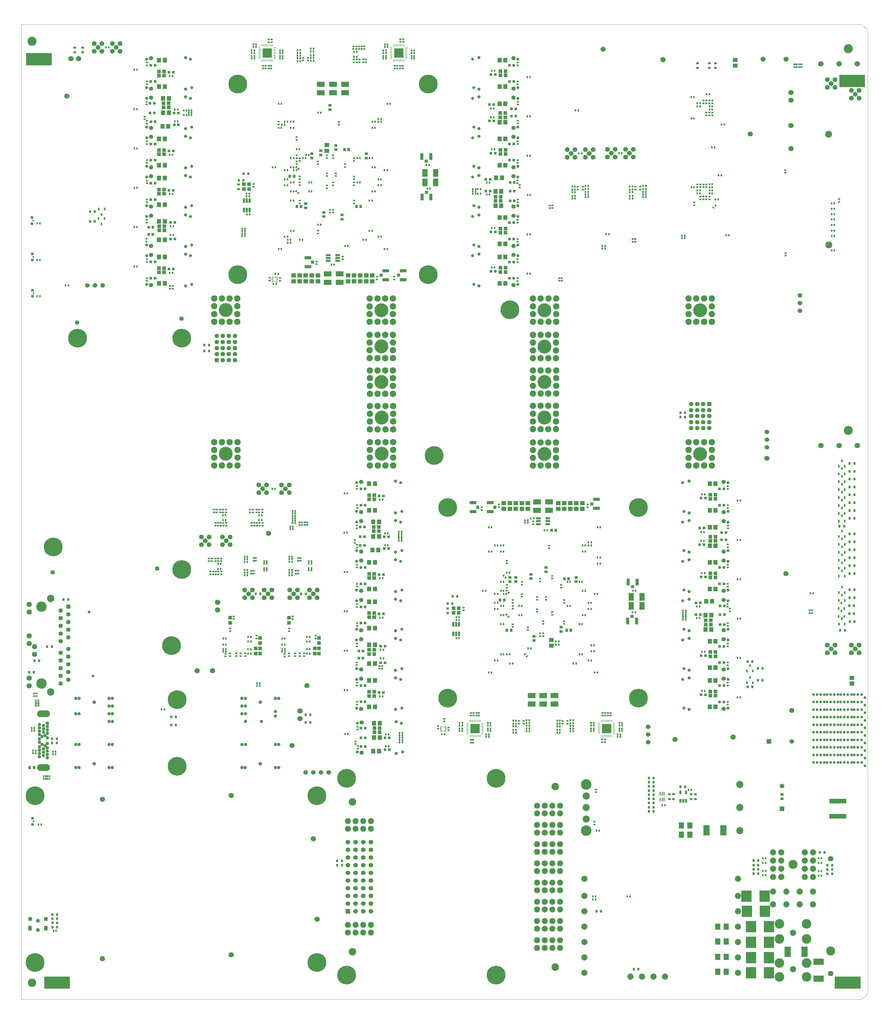
<source format=gbr>
G04 Created by GerbView*
%FSLAX35Y35*%
%MOMM*%
G75*
%ADD10C,0.0254*%
%ADD11C,1.4580*%
%ADD12R,0.7620X0.8128*%
%ADD13R,1.2979X1.1989*%
%ADD14R,0.4978X0.6985*%
%ADD15R,0.5588X0.8890*%
%ADD16R,0.2489X0.5791*%
%ADD17R,0.6985X0.4978*%
%ADD18R,1.1989X1.2979*%
%ADD19R,0.8001X0.2286*%
%ADD20R,0.2286X0.8001*%
%ADD21R,0.8179X0.9500*%
%ADD22R,1.3995X1.5977*%
%ADD23C,1.5240*%
%ADD24R,1.4453X1.4453*%
%ADD25C,1.4453*%
%ADD26C,2.4435*%
%ADD27R,0.3556X1.1684*%
%ADD28R,0.7976X1.1989*%
%ADD29R,0.8128X0.7620*%
%ADD30C,1.0998*%
%ADD31C,1.5291*%
%ADD32C,1.1278*%
%ADD33C,1.7297*%
%ADD34R,1.1278X1.1278*%
%ADD35R,0.9144X1.0160*%
%ADD36R,2.0726X2.2733*%
%ADD37C,2.2733*%
%ADD38C,1.5977*%
%ADD39R,0.2997X0.6502*%
%ADD40R,0.6502X0.2997*%
%ADD41C,2.0320*%
%ADD42C,1.9787*%
%ADD43R,0.8001X1.5977*%
%ADD44R,0.6299X0.3480*%
%ADD45C,0.8890*%
%ADD46R,1.5291X1.5291*%
%ADD47R,1.7983X2.5984*%
%ADD48R,1.0160X0.9144*%
%ADD49R,0.4978X0.4978*%
%ADD50C,1.7983*%
%ADD51C,2.9997*%
%ADD52R,1.1989X1.1989*%
%ADD53C,2.3622*%
%ADD54R,2.0320X3.4290*%
%ADD55R,1.4986X1.4986*%
%ADD56R,5.5499X1.5494*%
%ADD57C,1.4986*%
%ADD58R,1.4580X1.4580*%
%ADD59R,1.5977X1.3995*%
%ADD60R,2.5984X1.6993*%
%ADD61R,1.0490X0.9982*%
%ADD62C,2.0980*%
%ADD63R,0.9982X1.0490*%
%ADD64R,1.5977X0.8001*%
%ADD65R,0.8992X0.8992*%
%ADD66R,1.7983X1.9990*%
%ADD67R,3.3985X3.6982*%
%ADD68R,2.0320X3.4265*%
%ADD69C,3.1750*%
%ADD70R,3.4290X2.0320*%
%ADD71C,2.7991*%
%ADD72C,3.4976*%
%ADD73C,1.6993*%
%ADD74R,1.0490X2.1996*%
%ADD75R,2.1996X1.0490*%
%ADD76R,0.5004X0.6502*%
%ADD77R,0.6502X0.5004*%
%ADD78R,0.2997X0.5791*%
%ADD79C,1.0414*%
%ADD80R,3.0988X3.0988*%
%ADD81C,1.4122*%
%ADD82R,1.1989X1.4986*%
%ADD83C,1.2979*%
%ADD84C,2.2987*%
%ADD85C,4.5999*%
%ADD86C,0.0991*%
%ADD87C,1.7780*%
%ADD88C,1.6739*%
%ADD89C,1.1887*%
%ADD90C,1.7475*%
%ADD91C,1.4478*%
%ADD92C,0.9881*%
%ADD93C,3.4493*%
%ADD94C,0.9500*%
%ADD95C,2.4892*%
%ADD96C,1.6281*%
%ADD97C,6.1976*%
%LNEXPORT*%
D02*
D10*
D11*
X22197000Y18724000D03*
D10*
D12*
X21596220Y18837500D03*
D10*
D12*
X21596220Y18693750D03*
D10*
D11*
X21797000Y18724000D03*
D10*
D12*
X5852470Y21075000D03*
D10*
D11*
X6306000Y20973000D03*
D10*
D12*
X5852470Y20875000D03*
D10*
D11*
X6706000Y20973000D03*
D10*
D13*
X22606250Y9625000D03*
D10*
D14*
X23420000Y9430000D03*
D10*
D13*
X22606250Y10925000D03*
D10*
D14*
X23420000Y13330000D03*
D10*
D14*
X23425000Y12030000D03*
D10*
D12*
X24158720Y10000000D03*
D10*
D12*
X23666280Y9775000D03*
D10*
D15*
X23837730Y9911100D03*
D10*
D12*
X23821220Y9775000D03*
D10*
D12*
X24158720Y10387500D03*
D10*
D12*
X23666280Y10612500D03*
D10*
D15*
X23837730Y10298600D03*
D10*
D12*
X23821220Y10612500D03*
D10*
D15*
X2199770Y25251400D03*
D10*
D12*
X1916280Y25162500D03*
D10*
D15*
X2206020Y25570150D03*
D10*
D12*
X1916280Y25481250D03*
D10*
D15*
X23743750Y10088900D03*
D10*
D15*
X23743750Y10476400D03*
D10*
D15*
X2293750Y25073600D03*
D10*
D15*
X2300000Y25392350D03*
D10*
D15*
X26787500Y12027800D03*
D10*
D15*
X26768750Y12282650D03*
D10*
D15*
X26768750Y12545150D03*
D10*
D15*
X26781250Y12807650D03*
D10*
D15*
X26781250Y13070150D03*
D10*
D15*
X26881480Y11850000D03*
D10*
D12*
X27202470Y11938900D03*
D10*
D15*
X26862730Y12104850D03*
D10*
D12*
X27183720Y12193750D03*
D10*
D15*
X26862730Y12367350D03*
D10*
D12*
X27183720Y12456250D03*
D10*
D15*
X26875230Y12629850D03*
D10*
D12*
X27196220Y12718750D03*
D10*
D15*
X26875230Y12892350D03*
D10*
D12*
X27196220Y12981250D03*
D10*
D15*
X26781250Y17245150D03*
D10*
D15*
X26781250Y16988900D03*
D10*
D15*
X26781250Y16732650D03*
D10*
D15*
X26781250Y16213900D03*
D10*
D15*
X26781250Y15951400D03*
D10*
D15*
X26781250Y15688900D03*
D10*
D12*
X27196220Y17156250D03*
D10*
D15*
X26875230Y17067350D03*
D10*
D15*
X26875230Y16811100D03*
D10*
D12*
X27196220Y16900000D03*
D10*
D12*
X27196220Y16643750D03*
D10*
D12*
X27196220Y16125000D03*
D10*
D12*
X27196220Y15862500D03*
D10*
D12*
X27196220Y15600000D03*
D10*
D15*
X26875230Y16554850D03*
D10*
D15*
X26875230Y16036100D03*
D10*
D15*
X26875230Y15773600D03*
D10*
D15*
X26875230Y15511100D03*
D10*
D15*
X26781250Y15432650D03*
D10*
D15*
X26781250Y16470150D03*
D10*
D15*
X26781250Y13607650D03*
D10*
D15*
X26781250Y14395150D03*
D10*
D15*
X26781250Y14657650D03*
D10*
D15*
X26781250Y14920150D03*
D10*
D15*
X26781250Y14132650D03*
D10*
D15*
X26781250Y13870150D03*
D10*
D15*
X26875230Y15254850D03*
D10*
D12*
X27196220Y15343750D03*
D10*
D15*
X26875230Y16292350D03*
D10*
D12*
X27196220Y16381250D03*
D10*
D15*
X26875230Y13429850D03*
D10*
D12*
X27196220Y13518750D03*
D10*
D15*
X26875230Y14217350D03*
D10*
D12*
X27196220Y14306250D03*
D10*
D15*
X26875230Y14479850D03*
D10*
D12*
X27196220Y14568750D03*
D10*
D15*
X26875230Y14742350D03*
D10*
D12*
X27196220Y14831250D03*
D10*
D15*
X26875230Y13954850D03*
D10*
D12*
X27196220Y14043750D03*
D10*
D15*
X26875230Y13692350D03*
D10*
D12*
X27196220Y13781250D03*
D10*
D16*
X13625000Y8451000D03*
D10*
D17*
X13625000Y8630000D03*
D10*
D14*
X8505000Y13637500D03*
D10*
D14*
X8505000Y13906250D03*
D10*
D14*
X7030000Y13637500D03*
D10*
D14*
X7030000Y13906250D03*
D10*
D16*
X8050000Y23307250D03*
D10*
D14*
X8050000Y23425000D03*
D10*
D14*
X8595000Y14081250D03*
D10*
D14*
X8595000Y14000000D03*
D10*
D14*
X8595000Y13906250D03*
D10*
D14*
X8595000Y13468750D03*
D10*
D14*
X8595000Y13637500D03*
D10*
D14*
X8595000Y13550000D03*
D10*
D14*
X7120000Y14081250D03*
D10*
D14*
X7120000Y14000000D03*
D10*
D14*
X7120000Y13906250D03*
D10*
D14*
X7120000Y13468750D03*
D10*
D14*
X7120000Y13637500D03*
D10*
D14*
X7120000Y13550000D03*
D10*
D12*
X4598750Y8512500D03*
D10*
D12*
X4598750Y8787500D03*
D10*
D14*
X18486250Y8400000D03*
D10*
D14*
X18486250Y8318750D03*
D10*
D12*
X14058720Y12762500D03*
D10*
D12*
X7146220Y26737500D03*
D10*
D18*
X9487500Y11043750D03*
D10*
D18*
X7537500Y11043750D03*
D10*
D14*
X19367500Y8125000D03*
D10*
D19*
X19250000Y8275000D03*
D10*
D14*
X19367500Y8200000D03*
D10*
D19*
X18750000Y8425000D03*
D10*
D14*
X18576250Y8400000D03*
D10*
D19*
X18750000Y8525000D03*
D10*
D14*
X18576250Y8581250D03*
D10*
D20*
X18975000Y8650000D03*
D10*
D17*
X18950000Y8823750D03*
D10*
D20*
X19075000Y8650000D03*
D10*
D17*
X19131250Y8823750D03*
D10*
D19*
X19250000Y8475000D03*
D10*
D14*
X19423750Y8500000D03*
D10*
D19*
X19250000Y8375000D03*
D10*
D14*
X19423750Y8318750D03*
D10*
D19*
X18750000Y8375000D03*
D10*
D14*
X18576250Y8318750D03*
D10*
D19*
X18750000Y8475000D03*
D10*
D14*
X18576250Y8500000D03*
D10*
D20*
X18925000Y8650000D03*
D10*
D17*
X18868750Y8823750D03*
D10*
D20*
X19025000Y8650000D03*
D10*
D17*
X19050000Y8823750D03*
D10*
D19*
X19250000Y8525000D03*
D10*
D14*
X19423750Y8581250D03*
D10*
D19*
X19250000Y8425000D03*
D10*
D14*
X19423750Y8400000D03*
D10*
D21*
X22946020Y14875000D03*
D10*
D22*
X22602500Y15050000D03*
D10*
D17*
X23017500Y15107500D03*
D10*
D22*
X11147500Y10550000D03*
D10*
D21*
X10803980Y10725000D03*
D10*
D17*
X10732500Y10492500D03*
D10*
D21*
X15996020Y28875000D03*
D10*
D22*
X15652500Y29050000D03*
D10*
D17*
X16067500Y29107500D03*
D10*
D22*
X4197500Y24550000D03*
D10*
D21*
X3853980Y24725000D03*
D10*
D17*
X3782500Y24492500D03*
D10*
D22*
X11285000Y15225000D03*
D10*
D17*
X10737500Y15107500D03*
D10*
D21*
X10850000Y15062500D03*
D10*
D17*
X23012500Y11792500D03*
D10*
D21*
X22900000Y11837500D03*
D10*
D22*
X22465000Y11675000D03*
D10*
D22*
X11310000Y8575000D03*
D10*
D17*
X10762500Y8457500D03*
D10*
D21*
X10875000Y8412500D03*
D10*
D22*
X4335000Y29225000D03*
D10*
D17*
X3787500Y29107500D03*
D10*
D21*
X3900000Y29062500D03*
D10*
D17*
X16062500Y25792500D03*
D10*
D21*
X15950000Y25837500D03*
D10*
D22*
X15515000Y25675000D03*
D10*
D22*
X11260000Y14300000D03*
D10*
D17*
X10750000Y14385000D03*
D10*
D21*
X10850000Y14450000D03*
D10*
D17*
X23000000Y12515000D03*
D10*
D21*
X22900000Y12450000D03*
D10*
D22*
X22490000Y12600000D03*
D10*
D22*
X11285000Y7650000D03*
D10*
D17*
X10775000Y7735000D03*
D10*
D21*
X10875000Y7800000D03*
D10*
D22*
X4310000Y28300000D03*
D10*
D17*
X3800000Y28385000D03*
D10*
D21*
X3928980Y28450000D03*
D10*
D17*
X16050000Y26515000D03*
D10*
D21*
X15950000Y26450000D03*
D10*
D22*
X15540000Y26600000D03*
D10*
D22*
X11147500Y16487500D03*
D10*
D17*
X10743750Y16410000D03*
D10*
D21*
X10872730Y16320000D03*
D10*
D22*
X11147500Y13887500D03*
D10*
D17*
X10743750Y13810000D03*
D10*
D21*
X10872730Y13720000D03*
D10*
D22*
X11147500Y12587500D03*
D10*
D17*
X10743750Y12510000D03*
D10*
D21*
X10872730Y12420000D03*
D10*
D22*
X11147500Y9987500D03*
D10*
D17*
X10743750Y9910000D03*
D10*
D21*
X10872730Y9820000D03*
D10*
D17*
X23006250Y15690000D03*
D10*
D21*
X22877270Y15780000D03*
D10*
D22*
X22602500Y15612500D03*
D10*
D21*
X22877270Y13180000D03*
D10*
D17*
X23006250Y13090000D03*
D10*
D22*
X22602500Y13012500D03*
D10*
D17*
X23006250Y10490000D03*
D10*
D21*
X22877270Y10580000D03*
D10*
D22*
X22602500Y10412500D03*
D10*
D17*
X23006250Y9190000D03*
D10*
D21*
X22877270Y9280000D03*
D10*
D22*
X22602500Y9112500D03*
D10*
D22*
X4197500Y30487500D03*
D10*
D17*
X3793750Y30410000D03*
D10*
D21*
X3922730Y30320000D03*
D10*
D22*
X4197500Y27887500D03*
D10*
D17*
X3793750Y27810000D03*
D10*
D21*
X3922730Y27720000D03*
D10*
D22*
X4197500Y26587500D03*
D10*
D17*
X3793750Y26510000D03*
D10*
D21*
X3922730Y26420000D03*
D10*
D17*
X3793750Y23910000D03*
D10*
D21*
X3922730Y23820000D03*
D10*
D22*
X4197500Y23987500D03*
D10*
D21*
X15927270Y29780000D03*
D10*
D17*
X16056250Y29690000D03*
D10*
D22*
X15652500Y29612500D03*
D10*
D22*
X15652500Y27012500D03*
D10*
D21*
X15927270Y27180000D03*
D10*
D17*
X16056250Y27090000D03*
D10*
D21*
X15927270Y24580000D03*
D10*
D17*
X16056250Y24490000D03*
D10*
D22*
X15652500Y24412500D03*
D10*
D17*
X16056250Y23190000D03*
D10*
D21*
X15927270Y23280000D03*
D10*
D22*
X15652500Y23112500D03*
D10*
D22*
X11147500Y15612500D03*
D10*
D17*
X10745000Y15692500D03*
D10*
D21*
X10872730Y15782500D03*
D10*
D22*
X11147500Y13012500D03*
D10*
D21*
X10872730Y13182500D03*
D10*
D17*
X10745000Y13092500D03*
D10*
D22*
X11147500Y11712500D03*
D10*
D17*
X10745000Y11792500D03*
D10*
D21*
X10872730Y11882500D03*
D10*
D22*
X11147500Y9112500D03*
D10*
D17*
X10745000Y9192500D03*
D10*
D21*
X10872730Y9282500D03*
D10*
D17*
X23005000Y16407500D03*
D10*
D21*
X22877270Y16317500D03*
D10*
D22*
X22602500Y16487500D03*
D10*
D17*
X23005000Y13807500D03*
D10*
D21*
X22877270Y13717500D03*
D10*
D22*
X22602500Y13887500D03*
D10*
D17*
X23005000Y11207500D03*
D10*
D21*
X22877270Y11117500D03*
D10*
D22*
X22602500Y11287500D03*
D10*
D17*
X23005000Y9907500D03*
D10*
D21*
X22877270Y9817500D03*
D10*
D22*
X22602500Y9987500D03*
D10*
D22*
X4197500Y29612500D03*
D10*
D21*
X3922730Y29782500D03*
D10*
D17*
X3795000Y29692500D03*
D10*
D22*
X4197500Y27012500D03*
D10*
D17*
X3795000Y27092500D03*
D10*
D21*
X3922730Y27182500D03*
D10*
D22*
X4197500Y25712500D03*
D10*
D17*
X3795000Y25792500D03*
D10*
D21*
X3922730Y25882500D03*
D10*
D21*
X3922730Y23282500D03*
D10*
D22*
X4197500Y23112500D03*
D10*
D17*
X3795000Y23192500D03*
D10*
D17*
X16055000Y30407500D03*
D10*
D21*
X15927270Y30317500D03*
D10*
D22*
X15652500Y30487500D03*
D10*
D17*
X16055000Y27807500D03*
D10*
D21*
X15927270Y27717500D03*
D10*
D22*
X15652500Y27887500D03*
D10*
D17*
X16055000Y25207500D03*
D10*
D21*
X15927270Y25117500D03*
D10*
D22*
X15652500Y25287500D03*
D10*
D17*
X16055000Y23907500D03*
D10*
D21*
X15927270Y23817500D03*
D10*
D22*
X15652500Y23987500D03*
D10*
D14*
X18295000Y12950000D03*
D10*
D14*
X15505000Y12950000D03*
D10*
D14*
X15505000Y12150000D03*
D10*
D14*
X18295000Y12150000D03*
D10*
D14*
X11345000Y26950000D03*
D10*
D14*
X8555000Y26950000D03*
D10*
D17*
X8500000Y10792500D03*
D10*
D17*
X8350000Y10780000D03*
D10*
D14*
X8267500Y11025000D03*
D10*
D14*
X8267500Y11175000D03*
D10*
D14*
X8267500Y11375000D03*
D10*
D17*
X8500000Y11707500D03*
D10*
D18*
X8500000Y11892500D03*
D10*
D18*
X9350000Y10873750D03*
D10*
D18*
X9487500Y10873750D03*
D10*
D18*
X9350000Y11043750D03*
D10*
D17*
X9000000Y10792500D03*
D10*
D14*
X8267500Y10943750D03*
D10*
D14*
X9182500Y11425000D03*
D10*
D18*
X9487500Y11223750D03*
D10*
D17*
X6550000Y11707500D03*
D10*
D18*
X6550000Y11892500D03*
D10*
D18*
X7400000Y10873750D03*
D10*
D18*
X7537500Y10873750D03*
D10*
D18*
X7400000Y11043750D03*
D10*
D17*
X7050000Y10792500D03*
D10*
D14*
X6317500Y10943750D03*
D10*
D14*
X7232500Y11425000D03*
D10*
D18*
X7537500Y11223750D03*
D10*
D23*
X9046000Y6950000D03*
D10*
D17*
X8618750Y12107500D03*
D10*
D18*
X8500000Y12062500D03*
D10*
D17*
X6668750Y12107500D03*
D10*
D18*
X6550000Y12062500D03*
D10*
D19*
X7525000Y30850000D03*
D10*
D14*
X7407500Y31012500D03*
D10*
D14*
X7407500Y30925000D03*
D10*
D19*
X14900000Y8275000D03*
D10*
D14*
X15017500Y8125000D03*
D10*
D14*
X15017500Y8200000D03*
D10*
D19*
X11875000Y30850000D03*
D10*
D14*
X11757500Y31006250D03*
D10*
D14*
X11757500Y30925000D03*
D10*
D20*
X14475000Y8150000D03*
D10*
D17*
X14512500Y8020000D03*
D10*
D20*
X14625000Y8150000D03*
D10*
D17*
X14587500Y8020000D03*
D10*
D20*
X7950000Y30975000D03*
D10*
D17*
X7918750Y31080000D03*
D10*
D20*
X7800000Y30975000D03*
D10*
D17*
X7831250Y31080000D03*
D10*
D20*
X12300000Y30975000D03*
D10*
D17*
X12268750Y31092500D03*
D10*
D20*
X12150000Y30975000D03*
D10*
D17*
X12181250Y31092500D03*
D10*
D19*
X8025000Y30700000D03*
D10*
D14*
X8198750Y30725000D03*
D10*
D19*
X14400000Y8425000D03*
D10*
D14*
X14226250Y8400000D03*
D10*
D19*
X12375000Y30700000D03*
D10*
D14*
X12548750Y30725000D03*
D10*
D19*
X8025000Y30600000D03*
D10*
D14*
X8198750Y30543750D03*
D10*
D19*
X14400000Y8525000D03*
D10*
D14*
X14226250Y8581250D03*
D10*
D19*
X12375000Y30600000D03*
D10*
D14*
X12548750Y30543750D03*
D10*
D20*
X7800000Y30475000D03*
D10*
D17*
X7825000Y30301250D03*
D10*
D20*
X14625000Y8650000D03*
D10*
D17*
X14600000Y8823750D03*
D10*
D20*
X12150000Y30475000D03*
D10*
D17*
X12175000Y30301250D03*
D10*
D20*
X7700000Y30475000D03*
D10*
D17*
X7643750Y30301250D03*
D10*
D20*
X14725000Y8650000D03*
D10*
D17*
X14781250Y8823750D03*
D10*
D20*
X12050000Y30475000D03*
D10*
D17*
X11993750Y30301250D03*
D10*
D19*
X7525000Y30650000D03*
D10*
D14*
X7351250Y30625000D03*
D10*
D19*
X14900000Y8475000D03*
D10*
D14*
X15073750Y8500000D03*
D10*
D19*
X11875000Y30650000D03*
D10*
D14*
X11701250Y30625000D03*
D10*
D19*
X7525000Y30750000D03*
D10*
D14*
X7351250Y30806250D03*
D10*
D19*
X14900000Y8375000D03*
D10*
D14*
X15073750Y8318750D03*
D10*
D19*
X11875000Y30750000D03*
D10*
D14*
X11701250Y30806250D03*
D10*
D19*
X8025000Y30750000D03*
D10*
D14*
X8198750Y30806250D03*
D10*
D19*
X14400000Y8375000D03*
D10*
D14*
X14226250Y8318750D03*
D10*
D19*
X12375000Y30750000D03*
D10*
D14*
X12548750Y30806250D03*
D10*
D19*
X8025000Y30650000D03*
D10*
D14*
X8198750Y30625000D03*
D10*
D19*
X14400000Y8475000D03*
D10*
D14*
X14226250Y8500000D03*
D10*
D19*
X12375000Y30650000D03*
D10*
D14*
X12548750Y30625000D03*
D10*
D20*
X7850000Y30475000D03*
D10*
D17*
X7906250Y30301250D03*
D10*
D20*
X14575000Y8650000D03*
D10*
D17*
X14518750Y8823750D03*
D10*
D20*
X12200000Y30475000D03*
D10*
D17*
X12256250Y30301250D03*
D10*
D20*
X7750000Y30475000D03*
D10*
D17*
X7725000Y30301250D03*
D10*
D20*
X14675000Y8650000D03*
D10*
D17*
X14700000Y8823750D03*
D10*
D20*
X12100000Y30475000D03*
D10*
D17*
X12075000Y30301250D03*
D10*
D19*
X7525000Y30600000D03*
D10*
D14*
X7351250Y30543750D03*
D10*
D19*
X14900000Y8525000D03*
D10*
D14*
X15073750Y8581250D03*
D10*
D19*
X11875000Y30600000D03*
D10*
D14*
X11701250Y30543750D03*
D10*
D19*
X7525000Y30700000D03*
D10*
D14*
X7351250Y30725000D03*
D10*
D19*
X14900000Y8425000D03*
D10*
D14*
X15073750Y8400000D03*
D10*
D19*
X11875000Y30700000D03*
D10*
D14*
X11701250Y30725000D03*
D10*
D12*
X1189970Y12662500D03*
D10*
D24*
X1195000Y12423000D03*
D10*
D12*
X652470Y11103470D03*
D10*
D25*
X1195000Y11026000D03*
D10*
D26*
X611000Y9606500D03*
D10*
D26*
X611000Y12699500D03*
D10*
D23*
X9300000Y6950000D03*
D10*
D23*
X9554000Y6950000D03*
D10*
D27*
X20772500Y6245290D03*
D10*
D12*
X20552470Y6350000D03*
D10*
D12*
X20552470Y6077500D03*
D10*
D12*
X20552470Y6212500D03*
D10*
D27*
X20772500Y6049710D03*
D10*
D12*
X20552470Y5662500D03*
D10*
D12*
X20552470Y5800000D03*
D10*
D12*
X20552470Y5937500D03*
D10*
D27*
X20902500Y6245290D03*
D10*
D12*
X20552470Y6762500D03*
D10*
D12*
X20552470Y6487500D03*
D10*
D12*
X20552470Y6625000D03*
D10*
D12*
X20397530Y5800000D03*
D10*
D28*
X21537500Y6007500D03*
D10*
D29*
X21075000Y6224970D03*
D10*
D29*
X21212500Y6224970D03*
D10*
D27*
X20902500Y6049710D03*
D10*
D29*
X21075000Y6070030D03*
D10*
D11*
X6306000Y21373000D03*
D10*
D11*
X6706000Y21173000D03*
D10*
D30*
X2657400Y7107000D03*
D10*
D30*
X2544700Y7107000D03*
D10*
D30*
X1442600Y7107000D03*
D10*
D30*
X1555300Y7107000D03*
D10*
D23*
X1827250Y23043980D03*
D10*
D14*
X15107500Y8125000D03*
D10*
D14*
X7317500Y31012500D03*
D10*
D14*
X11667500Y31006250D03*
D10*
D14*
X19457500Y8125000D03*
D10*
D12*
X20397530Y6625000D03*
D10*
D30*
X7580000Y8631000D03*
D10*
D31*
X10949000Y3372500D03*
D10*
D31*
X10949000Y2610500D03*
D10*
D17*
X17437500Y23192500D03*
D10*
D31*
X11203000Y2610500D03*
D10*
D17*
X17518750Y23192500D03*
D10*
D31*
X10441000Y3118500D03*
D10*
D14*
X7442500Y9812500D03*
D10*
D31*
X10695000Y3118500D03*
D10*
D14*
X7442500Y9893750D03*
D10*
D14*
X21582500Y24687500D03*
D10*
D31*
X10949000Y3118500D03*
D10*
D14*
X21582500Y24606250D03*
D10*
D31*
X11203000Y3118500D03*
D10*
D12*
X10246220Y3880500D03*
D10*
D31*
X10441000Y3880500D03*
D10*
D12*
X10246220Y4025000D03*
D10*
D31*
X10695000Y3880500D03*
D10*
D31*
X10949000Y3626500D03*
D10*
D31*
X11203000Y3626500D03*
D10*
D31*
X11203000Y3372500D03*
D10*
D30*
X7055300Y8631000D03*
D10*
D30*
X1555300Y9393000D03*
D10*
D30*
X1442600Y9393000D03*
D10*
D30*
X8157400Y9393000D03*
D10*
D30*
X8044700Y9393000D03*
D10*
D30*
X2657400Y9139000D03*
D10*
D30*
X2544700Y9139000D03*
D10*
D30*
X2544700Y9393000D03*
D10*
D30*
X2657400Y9393000D03*
D10*
D30*
X7055300Y9139000D03*
D10*
D30*
X6942600Y9139000D03*
D10*
D30*
X7055300Y9393000D03*
D10*
D30*
X6942600Y9393000D03*
D10*
D11*
X21997000Y18324000D03*
D10*
D11*
X22197000Y18324000D03*
D10*
D11*
X21797000Y18524000D03*
D10*
D11*
X21797000Y19124000D03*
D10*
D11*
X22197000Y19124000D03*
D10*
D11*
X6506000Y21373000D03*
D10*
D11*
X6706000Y20573000D03*
D10*
D11*
X6306000Y20573000D03*
D10*
D14*
X7038750Y24750000D03*
D10*
D14*
X7038750Y24675000D03*
D10*
D14*
X7038750Y24837500D03*
D10*
D14*
X7038750Y24918750D03*
D10*
D20*
X18975000Y8150000D03*
D10*
D17*
X18943750Y8038750D03*
D10*
D20*
X18825000Y8150000D03*
D10*
D17*
X18850000Y8038750D03*
D10*
D14*
X6948750Y24675000D03*
D10*
D14*
X6948750Y24750000D03*
D10*
D14*
X6948750Y24918750D03*
D10*
D14*
X6948750Y24837500D03*
D10*
D14*
X12247500Y8100000D03*
D10*
D14*
X12247500Y8250000D03*
D10*
D14*
X12247500Y8175000D03*
D10*
D14*
X12247500Y7950000D03*
D10*
D14*
X12247500Y8025000D03*
D10*
D14*
X10440000Y8220000D03*
D10*
D12*
X660030Y7918750D03*
D10*
D32*
X322500Y7870000D03*
D10*
D32*
X427500Y8167500D03*
D10*
D12*
X660030Y8056250D03*
D10*
D29*
X22006250Y30228280D03*
D10*
D12*
X77000Y10643750D03*
D10*
D33*
X77000Y10848000D03*
D10*
D12*
X-00099999Y10262500D03*
D10*
D33*
X-00099999Y10060000D03*
D10*
D34*
X507500Y8572500D03*
D10*
D32*
X507500Y7427500D03*
D10*
D32*
X242500Y7465000D03*
D10*
D32*
X242500Y8535000D03*
D10*
D35*
X63600Y7110000D03*
D10*
D36*
X375000Y7110000D03*
D10*
D37*
X271250Y7110000D03*
D10*
D37*
X478750Y7110000D03*
D10*
D36*
X375000Y8890000D03*
D10*
D37*
X271250Y8890000D03*
D10*
D37*
X478750Y8890000D03*
D10*
D32*
X507500Y8242500D03*
D10*
D32*
X507500Y7757500D03*
D10*
D32*
X242500Y8205000D03*
D10*
D32*
X242500Y7795000D03*
D10*
D12*
X54940Y10262500D03*
D10*
D12*
X231940Y10643750D03*
D10*
D13*
X11325000Y8412500D03*
D10*
D12*
X10091280Y3880500D03*
D10*
D12*
X5697530Y21075000D03*
D10*
D23*
X24300000Y17950000D03*
D10*
D12*
X21441280Y18837500D03*
D10*
D12*
X10091280Y4025000D03*
D10*
D12*
X5697530Y20875000D03*
D10*
D23*
X24300000Y17696000D03*
D10*
D12*
X21441280Y18693750D03*
D10*
D14*
X2442500Y30912500D03*
D10*
D38*
X2181250Y30912500D03*
D10*
D17*
X18950000Y8913750D03*
D10*
D17*
X19131250Y8913750D03*
D10*
D14*
X19513750Y8500000D03*
D10*
D14*
X19513750Y8318750D03*
D10*
D14*
X18486250Y8581250D03*
D10*
D14*
X2532500Y30912500D03*
D10*
D38*
X2781250Y30912500D03*
D10*
D17*
X18868750Y8913750D03*
D10*
D17*
X19050000Y8913750D03*
D10*
D14*
X19513750Y8581250D03*
D10*
D14*
X19513750Y8400000D03*
D10*
D14*
X18486250Y8500000D03*
D10*
D38*
X6425000Y14600000D03*
D10*
D20*
X19175000Y8150000D03*
D10*
D38*
X5725000Y14600000D03*
D10*
D20*
X19025000Y8150000D03*
D10*
D20*
X14825000Y8150000D03*
D10*
D20*
X7600000Y30975000D03*
D10*
D20*
X11950000Y30975000D03*
D10*
D20*
X14675000Y8150000D03*
D10*
D20*
X7750000Y30975000D03*
D10*
D20*
X12100000Y30975000D03*
D10*
D14*
X30000Y7587500D03*
D10*
D17*
X62500Y9557500D03*
D10*
D14*
X30000Y7668750D03*
D10*
D17*
X150000Y9557500D03*
D10*
D14*
X776250Y7550000D03*
D10*
D39*
X581250Y6732500D03*
D10*
D39*
X581250Y6817500D03*
D10*
D40*
X211250Y9137500D03*
D10*
D14*
X-00013749Y8412500D03*
D10*
D40*
X126250Y9137500D03*
D10*
D14*
X776250Y7637500D03*
D10*
D39*
X531250Y6732500D03*
D10*
D39*
X531250Y6817500D03*
D10*
D40*
X211250Y9187500D03*
D10*
D14*
X-00013749Y8325000D03*
D10*
D40*
X126250Y9187500D03*
D10*
D14*
X686250Y7550000D03*
D10*
D32*
X507500Y7537500D03*
D10*
D14*
X686250Y7637500D03*
D10*
D32*
X507500Y7647500D03*
D10*
D14*
X76250Y8412500D03*
D10*
D32*
X242500Y8425000D03*
D10*
D14*
X76250Y8325000D03*
D10*
D32*
X242500Y8315000D03*
D10*
D12*
X7397530Y12850000D03*
D10*
D38*
X7162500Y12850000D03*
D10*
D25*
X1195000Y11407000D03*
D10*
D25*
X941000Y11534000D03*
D10*
D25*
X941000Y11788000D03*
D10*
D25*
X1195000Y11915000D03*
D10*
D13*
X11325000Y8275000D03*
D10*
D14*
X10350000Y8220000D03*
D10*
D16*
X13625000Y8324000D03*
D10*
D14*
X13645000Y8206250D03*
D10*
D16*
X13575000Y8324000D03*
D10*
D14*
X13555000Y8206250D03*
D10*
D14*
X8070000Y23093750D03*
D10*
D16*
X8050000Y23180250D03*
D10*
D14*
X7980000Y23093750D03*
D10*
D16*
X8000000Y23180250D03*
D10*
D12*
X26303780Y3737500D03*
D10*
D14*
X26017500Y3687500D03*
D10*
D41*
X25826000Y3765000D03*
D10*
D12*
X26303780Y3593750D03*
D10*
D14*
X26017500Y3537500D03*
D10*
D41*
X25556000Y3765000D03*
D10*
D12*
X24014970Y3600000D03*
D10*
D14*
X24257500Y3550000D03*
D10*
D41*
X24776000Y3765000D03*
D10*
D12*
X24014970Y3743750D03*
D10*
D14*
X24257500Y3700000D03*
D10*
D41*
X24506000Y3765000D03*
D10*
D12*
X26057060Y4306250D03*
D10*
D14*
X26017500Y4112500D03*
D10*
D41*
X25826000Y4035000D03*
D10*
D12*
X26303780Y3881250D03*
D10*
D14*
X26017500Y3962500D03*
D10*
D41*
X25556000Y4035000D03*
D10*
D12*
X24014970Y3887500D03*
D10*
D14*
X24257500Y3962500D03*
D10*
D41*
X24776000Y4035000D03*
D10*
D12*
X24014970Y4037500D03*
D10*
D14*
X24257500Y4112500D03*
D10*
D41*
X24506000Y4035000D03*
D10*
D21*
X22221020Y15025000D03*
D10*
D14*
X22220000Y14887500D03*
D10*
D22*
X22412500Y15050000D03*
D10*
D42*
X17462000Y3309000D03*
D10*
D42*
X17462000Y3055000D03*
D10*
D42*
X17208000Y3309000D03*
D10*
D42*
X17208000Y3055000D03*
D10*
D42*
X16954000Y3309000D03*
D10*
D42*
X16700000Y3309000D03*
D10*
D42*
X16954000Y3055000D03*
D10*
D42*
X16700000Y3055000D03*
D10*
D21*
X15271020Y29025000D03*
D10*
D22*
X15462500Y29050000D03*
D10*
D14*
X15270000Y28887500D03*
D10*
D17*
X11481250Y10463750D03*
D10*
D22*
X11337500Y10550000D03*
D10*
D14*
X11530000Y10712500D03*
D10*
D21*
X11528980Y10575000D03*
D10*
D21*
X4578980Y24575000D03*
D10*
D14*
X4580000Y24712500D03*
D10*
D22*
X4387500Y24550000D03*
D10*
D12*
X497530Y11103470D03*
D10*
D33*
X77000Y11102000D03*
D10*
D33*
X-00099999Y9806000D03*
D10*
D12*
X9047530Y8596000D03*
D10*
D12*
X9047530Y8850000D03*
D10*
D43*
X7195000Y25532510D03*
D10*
D14*
X7195000Y25387500D03*
D10*
D12*
X24003780Y10387500D03*
D10*
D12*
X24003780Y10000000D03*
D10*
D14*
X23045000Y24706250D03*
D10*
D17*
X22500000Y29067500D03*
D10*
D14*
X22495000Y28962500D03*
D10*
D14*
X22495000Y26287500D03*
D10*
D14*
X22495000Y26187500D03*
D10*
D17*
X22300000Y29157500D03*
D10*
D17*
X22400000Y29157500D03*
D10*
D17*
X22200000Y29157500D03*
D10*
D14*
X22405000Y26387500D03*
D10*
D17*
X22300000Y26382500D03*
D10*
D22*
X22412500Y16487500D03*
D10*
D21*
X22271020Y16012500D03*
D10*
D14*
X22245000Y16137500D03*
D10*
D13*
X22436250Y16125000D03*
D10*
D13*
X22436250Y15987500D03*
D10*
D22*
X22412500Y15612500D03*
D10*
D21*
X22221020Y14475000D03*
D10*
D22*
X22412500Y14437500D03*
D10*
D13*
X22430000Y14600000D03*
D10*
D13*
X22430000Y14737500D03*
D10*
D14*
X22220000Y14600000D03*
D10*
D22*
X22412500Y13012500D03*
D10*
D13*
X22436250Y13387500D03*
D10*
D21*
X22271020Y13412500D03*
D10*
D13*
X22436250Y13525000D03*
D10*
D22*
X22412500Y13887500D03*
D10*
D14*
X22245000Y13537500D03*
D10*
D14*
X22077500Y12437500D03*
D10*
D21*
X22100000Y12550000D03*
D10*
D22*
X22300000Y12600000D03*
D10*
D22*
X22275000Y11675000D03*
D10*
D13*
X22280000Y11837500D03*
D10*
D13*
X22280000Y11975000D03*
D10*
D22*
X22412500Y10412500D03*
D10*
D13*
X22436250Y10787500D03*
D10*
D13*
X22436250Y10925000D03*
D10*
D14*
X22245000Y10937500D03*
D10*
D21*
X22271020Y10812500D03*
D10*
D22*
X22412500Y11287500D03*
D10*
D22*
X22412500Y9112500D03*
D10*
D13*
X22436250Y9487500D03*
D10*
D13*
X22436250Y9625000D03*
D10*
D14*
X22245000Y9637500D03*
D10*
D21*
X22271020Y9512500D03*
D10*
D22*
X22412500Y9987500D03*
D10*
D14*
X22005000Y28962500D03*
D10*
D14*
X22005000Y29062500D03*
D10*
D42*
X17462000Y5849000D03*
D10*
D42*
X17462000Y5595000D03*
D10*
D42*
X17208000Y5849000D03*
D10*
D42*
X17208000Y5595000D03*
D10*
D42*
X16954000Y5849000D03*
D10*
D42*
X16700000Y5849000D03*
D10*
D42*
X16954000Y5595000D03*
D10*
D42*
X16700000Y5595000D03*
D10*
D22*
X15462500Y29612500D03*
D10*
D13*
X15486250Y29987500D03*
D10*
D21*
X15321020Y30012500D03*
D10*
D13*
X15486250Y30125000D03*
D10*
D22*
X15462500Y30487500D03*
D10*
D14*
X15295000Y30137500D03*
D10*
D13*
X15480000Y28600000D03*
D10*
D14*
X15270000Y28600000D03*
D10*
D21*
X15271020Y28475000D03*
D10*
D22*
X15462500Y28437500D03*
D10*
D13*
X15480000Y28737500D03*
D10*
D21*
X15321020Y27412500D03*
D10*
D13*
X15486250Y27387500D03*
D10*
D22*
X15462500Y27012500D03*
D10*
D13*
X15486250Y27525000D03*
D10*
D22*
X15462500Y27887500D03*
D10*
D14*
X15295000Y27537500D03*
D10*
D21*
X15150000Y26550000D03*
D10*
D14*
X15127500Y26437500D03*
D10*
D22*
X15350000Y26600000D03*
D10*
D13*
X15330000Y25837500D03*
D10*
D22*
X15325000Y25675000D03*
D10*
D13*
X15330000Y25975000D03*
D10*
D22*
X15462500Y24412500D03*
D10*
D13*
X15486250Y24787500D03*
D10*
D21*
X15321020Y24812500D03*
D10*
D13*
X15486250Y24925000D03*
D10*
D14*
X15295000Y24937500D03*
D10*
D22*
X15462500Y25287500D03*
D10*
D22*
X15462500Y23112500D03*
D10*
D13*
X15486250Y23487500D03*
D10*
D21*
X15321020Y23512500D03*
D10*
D13*
X15486250Y23625000D03*
D10*
D14*
X15295000Y23637500D03*
D10*
D22*
X15462500Y23987500D03*
D10*
D14*
X14120000Y11387500D03*
D10*
D43*
X14120000Y11532510D03*
D10*
D22*
X11337500Y15612500D03*
D10*
D13*
X11313750Y16112500D03*
D10*
D13*
X11313750Y15975000D03*
D10*
D22*
X11337500Y16487500D03*
D10*
D14*
X11505000Y15962500D03*
D10*
D21*
X11478980Y16087500D03*
D10*
D13*
X11470000Y14925000D03*
D10*
D13*
X11470000Y15062500D03*
D10*
D22*
X11475000Y15225000D03*
D10*
D22*
X11450000Y14300000D03*
D10*
D14*
X11672500Y14462500D03*
D10*
D21*
X11650000Y14350000D03*
D10*
D22*
X11337500Y13012500D03*
D10*
D13*
X11313750Y13512500D03*
D10*
D13*
X11313750Y13375000D03*
D10*
D22*
X11337500Y13887500D03*
D10*
D14*
X11505000Y13362500D03*
D10*
D21*
X11478980Y13487500D03*
D10*
D22*
X11337500Y11712500D03*
D10*
D13*
X11313750Y12075000D03*
D10*
D13*
X11313750Y12212500D03*
D10*
D22*
X11337500Y12587500D03*
D10*
D14*
X11505000Y12062500D03*
D10*
D21*
X11478980Y12187500D03*
D10*
D13*
X11320000Y11000000D03*
D10*
D13*
X11320000Y10862500D03*
D10*
D22*
X11337500Y11162500D03*
D10*
D14*
X11530000Y11000000D03*
D10*
D21*
X11528980Y11125000D03*
D10*
D22*
X11337500Y9112500D03*
D10*
D13*
X11313750Y9612500D03*
D10*
D13*
X11313750Y9475000D03*
D10*
D22*
X11337500Y9987500D03*
D10*
D14*
X11505000Y9462500D03*
D10*
D21*
X11478980Y9587500D03*
D10*
D13*
X11495000Y8275000D03*
D10*
D13*
X11495000Y8412500D03*
D10*
D22*
X11500000Y8575000D03*
D10*
D21*
X11675000Y7700000D03*
D10*
D22*
X11475000Y7650000D03*
D10*
D14*
X11697500Y7812500D03*
D10*
D21*
X4528980Y30087500D03*
D10*
D14*
X4555000Y29962500D03*
D10*
D22*
X4387500Y30487500D03*
D10*
D13*
X4363750Y29975000D03*
D10*
D13*
X4363750Y30112500D03*
D10*
D22*
X4387500Y29612500D03*
D10*
D13*
X4520000Y28925000D03*
D10*
D13*
X4520000Y29062500D03*
D10*
D22*
X4525000Y29225000D03*
D10*
D21*
X4700000Y28350000D03*
D10*
D22*
X4500000Y28300000D03*
D10*
D14*
X4722500Y28462500D03*
D10*
D22*
X4387500Y27012500D03*
D10*
D13*
X4363750Y27512500D03*
D10*
D13*
X4363750Y27375000D03*
D10*
D22*
X4387500Y27887500D03*
D10*
D14*
X4555000Y27362500D03*
D10*
D21*
X4528980Y27487500D03*
D10*
D22*
X4387500Y25712500D03*
D10*
D13*
X4363750Y26212500D03*
D10*
D13*
X4363750Y26075000D03*
D10*
D22*
X4387500Y26587500D03*
D10*
D14*
X4555000Y26062500D03*
D10*
D21*
X4528980Y26187500D03*
D10*
D13*
X4370000Y25000000D03*
D10*
D13*
X4370000Y24862500D03*
D10*
D22*
X4387500Y25162500D03*
D10*
D14*
X4580000Y25000000D03*
D10*
D21*
X4578980Y25125000D03*
D10*
D17*
X4562500Y23026250D03*
D10*
D14*
X4555000Y23462500D03*
D10*
D22*
X4387500Y23987500D03*
D10*
D13*
X4363750Y23475000D03*
D10*
D22*
X4387500Y23112500D03*
D10*
D13*
X4363750Y23612500D03*
D10*
D21*
X4528980Y23587500D03*
D10*
D12*
X2071220Y25481250D03*
D10*
D12*
X2071220Y25162500D03*
D10*
D23*
X2335250Y23043980D03*
D10*
D29*
X1409110Y30747530D03*
D10*
D29*
X1671000Y30747530D03*
D10*
D14*
X1105000Y23043980D03*
D10*
D14*
X22495000Y28862500D03*
D10*
D17*
X22500000Y28757500D03*
D10*
D14*
X22576250Y27606250D03*
D10*
D17*
X22300000Y28667500D03*
D10*
D17*
X22400000Y28667500D03*
D10*
D14*
X20295000Y26137500D03*
D10*
D14*
X20295000Y26225000D03*
D10*
D17*
X20112500Y26300000D03*
D10*
D14*
X20205000Y26325000D03*
D10*
D14*
X20295000Y26050000D03*
D10*
D14*
X20295000Y25962500D03*
D10*
D14*
X19767500Y26125000D03*
D10*
D14*
X19767500Y26210000D03*
D10*
D17*
X19950000Y26300000D03*
D10*
D14*
X19857500Y26312500D03*
D10*
D14*
X19767500Y26000000D03*
D10*
D14*
X19767500Y25912500D03*
D10*
D17*
X19868750Y24576250D03*
D10*
D20*
X19125000Y8650000D03*
D10*
D19*
X19250000Y8575000D03*
D10*
D19*
X19250000Y8325000D03*
D10*
D14*
X19457500Y8200000D03*
D10*
D20*
X18875000Y8650000D03*
D10*
D19*
X18750000Y8575000D03*
D10*
D19*
X18750000Y8325000D03*
D10*
D14*
X18395000Y26137500D03*
D10*
D14*
X18395000Y26225000D03*
D10*
D14*
X18395000Y26050000D03*
D10*
D14*
X18395000Y25962500D03*
D10*
D17*
X18212500Y26300000D03*
D10*
D14*
X18305000Y26325000D03*
D10*
D17*
X18050000Y26300000D03*
D10*
D14*
X17957500Y26312500D03*
D10*
D14*
X17867500Y26125000D03*
D10*
D14*
X17867500Y26210000D03*
D10*
D14*
X17867500Y26000000D03*
D10*
D14*
X17867500Y25912500D03*
D10*
D17*
X17712500Y8650000D03*
D10*
D14*
X17805000Y8675000D03*
D10*
D14*
X17895000Y8487500D03*
D10*
D14*
X17895000Y8575000D03*
D10*
D14*
X17895000Y8400000D03*
D10*
D14*
X17895000Y8312500D03*
D10*
D17*
X17550000Y8650000D03*
D10*
D14*
X17457500Y8662500D03*
D10*
D14*
X17367500Y8475000D03*
D10*
D14*
X17367500Y8560000D03*
D10*
D14*
X17367500Y8350000D03*
D10*
D14*
X17367500Y8262500D03*
D10*
D42*
X17462000Y4579000D03*
D10*
D42*
X17462000Y4325000D03*
D10*
D42*
X17208000Y4579000D03*
D10*
D42*
X17208000Y4325000D03*
D10*
D42*
X16954000Y4579000D03*
D10*
D42*
X16700000Y4579000D03*
D10*
D42*
X16954000Y4325000D03*
D10*
D42*
X16700000Y4325000D03*
D10*
D17*
X16262500Y8650000D03*
D10*
D14*
X16355000Y8675000D03*
D10*
D14*
X16445000Y8487500D03*
D10*
D14*
X16445000Y8575000D03*
D10*
D14*
X16445000Y8400000D03*
D10*
D14*
X16445000Y8312500D03*
D10*
D17*
X16100000Y8650000D03*
D10*
D14*
X16007500Y8662500D03*
D10*
D14*
X15917500Y8475000D03*
D10*
D14*
X15917500Y8560000D03*
D10*
D14*
X15917500Y8350000D03*
D10*
D14*
X15917500Y8262500D03*
D10*
D19*
X14900000Y8575000D03*
D10*
D19*
X14900000Y8325000D03*
D10*
D14*
X15107500Y8200000D03*
D10*
D20*
X14525000Y8650000D03*
D10*
D20*
X14775000Y8650000D03*
D10*
D19*
X14400000Y8575000D03*
D10*
D19*
X14400000Y8325000D03*
D10*
D19*
X12375000Y30550000D03*
D10*
D19*
X12375000Y30800000D03*
D10*
D20*
X12250000Y30475000D03*
D10*
D19*
X11875000Y30800000D03*
D10*
D14*
X11667500Y30925000D03*
D10*
D19*
X11875000Y30550000D03*
D10*
D20*
X12000000Y30475000D03*
D10*
D17*
X10812500Y30945000D03*
D10*
D17*
X10725000Y30945000D03*
D10*
D17*
X10900000Y30945000D03*
D10*
D17*
X10987500Y30945000D03*
D10*
D17*
X10950000Y30417500D03*
D10*
D17*
X11037500Y30417500D03*
D10*
D17*
X10825000Y30417500D03*
D10*
D17*
X10740000Y30417500D03*
D10*
D14*
X10650000Y30762500D03*
D10*
D17*
X10625000Y30855000D03*
D10*
D14*
X10650000Y30600000D03*
D10*
D17*
X10637500Y30507500D03*
D10*
D14*
X9307500Y30775000D03*
D10*
D14*
X9307500Y30862500D03*
D10*
D14*
X9307500Y30650000D03*
D10*
D14*
X9307500Y30565000D03*
D10*
D14*
X9238750Y13625000D03*
D10*
D14*
X9238750Y13700000D03*
D10*
D14*
X9238750Y13925000D03*
D10*
D14*
X9238750Y13850000D03*
D10*
D17*
X9125000Y30475000D03*
D10*
D14*
X9217500Y30462500D03*
D10*
D17*
X9018750Y15123750D03*
D10*
D17*
X9100000Y15123750D03*
D10*
D14*
X9182500Y11275000D03*
D10*
D14*
X9182500Y11025000D03*
D10*
D14*
X9182500Y10875000D03*
D10*
D14*
X8780000Y30637500D03*
D10*
D14*
X8780000Y30550000D03*
D10*
D14*
X8780000Y30725000D03*
D10*
D14*
X8780000Y30812500D03*
D10*
D17*
X8962500Y30475000D03*
D10*
D14*
X8870000Y30450000D03*
D10*
D17*
X8843750Y15123750D03*
D10*
D17*
X8925000Y15123750D03*
D10*
D14*
X8626250Y15068750D03*
D10*
D14*
X8626250Y14987500D03*
D10*
D17*
X8875000Y14032500D03*
D10*
D17*
X8800000Y14032500D03*
D10*
D17*
X8725000Y13517500D03*
D10*
D17*
X8800000Y13517500D03*
D10*
D17*
X8700000Y10792500D03*
D10*
D17*
X8850000Y10792500D03*
D10*
D14*
X8611250Y15350000D03*
D10*
D14*
X8611250Y15425000D03*
D10*
D14*
X8611250Y15506250D03*
D10*
D14*
X8611250Y15581250D03*
D10*
D14*
X8611250Y15193750D03*
D10*
D14*
X8611250Y15268750D03*
D10*
D14*
X8505000Y14000000D03*
D10*
D14*
X8505000Y13468750D03*
D10*
D19*
X8025000Y30550000D03*
D10*
D19*
X8025000Y30800000D03*
D10*
D20*
X7900000Y30475000D03*
D10*
D20*
X7650000Y30475000D03*
D10*
D17*
X7612500Y15542500D03*
D10*
D14*
X7600000Y15450000D03*
D10*
D17*
X7625000Y15195000D03*
D10*
D14*
X7600000Y15287500D03*
D10*
D14*
X7763750Y13625000D03*
D10*
D14*
X7763750Y13700000D03*
D10*
D14*
X7763750Y13925000D03*
D10*
D14*
X7763750Y13850000D03*
D10*
D19*
X7525000Y30800000D03*
D10*
D14*
X7317500Y30925000D03*
D10*
D19*
X7525000Y30550000D03*
D10*
D17*
X7212500Y15632500D03*
D10*
D17*
X7300000Y15632500D03*
D10*
D17*
X7510000Y15632500D03*
D10*
D17*
X7425000Y15632500D03*
D10*
D17*
X7525000Y15105000D03*
D10*
D17*
X7437500Y15105000D03*
D10*
D17*
X7262500Y15105000D03*
D10*
D17*
X7350000Y15105000D03*
D10*
D17*
X7400000Y14032500D03*
D10*
D17*
X7325000Y14032500D03*
D10*
D17*
X7250000Y13517500D03*
D10*
D17*
X7325000Y13517500D03*
D10*
D14*
X7232500Y10875000D03*
D10*
D14*
X7030000Y14000000D03*
D10*
D14*
X7030000Y13468750D03*
D10*
D17*
X6900000Y10792500D03*
D10*
D17*
X6750000Y10792500D03*
D10*
D17*
X6550000Y10792500D03*
D10*
D17*
X6310000Y15632500D03*
D10*
D17*
X6225000Y15632500D03*
D10*
D17*
X6412500Y15542500D03*
D10*
D14*
X6400000Y15450000D03*
D10*
D17*
X6325000Y15105000D03*
D10*
D17*
X6237500Y15105000D03*
D10*
D17*
X6425000Y15195000D03*
D10*
D14*
X6400000Y15287500D03*
D10*
D17*
X6062500Y14020000D03*
D10*
D17*
X6147500Y14020000D03*
D10*
D14*
X6237500Y13837500D03*
D10*
D17*
X6250000Y13930000D03*
D10*
D14*
X6237500Y13675000D03*
D10*
D17*
X6262500Y13582500D03*
D10*
D17*
X6075000Y13492500D03*
D10*
D17*
X6162500Y13492500D03*
D10*
D14*
X6317500Y11375000D03*
D10*
D14*
X6317500Y11175000D03*
D10*
D14*
X6317500Y11025000D03*
D10*
D17*
X6400000Y10780000D03*
D10*
D17*
X6012500Y15632500D03*
D10*
D17*
X6100000Y15632500D03*
D10*
D17*
X6062500Y15105000D03*
D10*
D17*
X6150000Y15105000D03*
D10*
D17*
X5937500Y14020000D03*
D10*
D17*
X5850000Y14020000D03*
D10*
D17*
X5987500Y13492500D03*
D10*
D17*
X5900000Y13492500D03*
D10*
D14*
X4370000Y9031250D03*
D10*
D22*
X11310000Y8100000D03*
D10*
D21*
X10875000Y8087500D03*
D10*
D17*
X10700000Y7885000D03*
D10*
D14*
X7232500Y11025000D03*
D10*
D14*
X7232500Y11275000D03*
D10*
D30*
X2657400Y8631000D03*
D10*
D30*
X2544700Y8631000D03*
D10*
D17*
X17437500Y23282500D03*
D10*
D44*
X7939000Y23243750D03*
D10*
D17*
X7850000Y23205000D03*
D10*
D22*
X15325000Y26150000D03*
D10*
D21*
X15153520Y26162500D03*
D10*
D14*
X15127350Y26050000D03*
D10*
D21*
X22103520Y12162500D03*
D10*
D22*
X22275000Y12150000D03*
D10*
D14*
X22077350Y12050000D03*
D10*
D21*
X11646480Y14737500D03*
D10*
D22*
X11475000Y14750000D03*
D10*
D14*
X11672650Y14850000D03*
D10*
D21*
X4696480Y28737500D03*
D10*
D14*
X4722650Y28850000D03*
D10*
D22*
X4525000Y28750000D03*
D10*
D17*
X13425000Y8392500D03*
D10*
D44*
X13514000Y8387500D03*
D10*
D21*
X11671480Y8087500D03*
D10*
D14*
X11697650Y8200000D03*
D10*
D22*
X11500000Y8100000D03*
D10*
D42*
X17462000Y2039000D03*
D10*
D42*
X17462000Y1785000D03*
D10*
D42*
X17208000Y2039000D03*
D10*
D42*
X17208000Y1785000D03*
D10*
D42*
X16954000Y2039000D03*
D10*
D42*
X16700000Y2039000D03*
D10*
D42*
X16954000Y1785000D03*
D10*
D42*
X16700000Y1785000D03*
D10*
D12*
X13743750Y12531250D03*
D10*
D29*
X13743750Y12371220D03*
D10*
D14*
X8648750Y26850000D03*
D10*
D29*
X6831250Y26379940D03*
D10*
D12*
X6835030Y26518750D03*
D10*
D11*
X21797000Y18924000D03*
D10*
D11*
X22197000Y18924000D03*
D10*
D11*
X6706000Y20773000D03*
D10*
D11*
X6306000Y20773000D03*
D10*
G36*
X8694503Y26155998D02*
X8744001Y26205496D01*
X8779356Y26170141D01*
X8729858Y26120643D01*
X8694503Y26155998D01*
G37*
D14*
X8355000Y26850000D03*
D10*
D17*
X11481250Y10373750D03*
D10*
D31*
X10441000Y2610500D03*
D10*
D17*
X11575000Y10373750D03*
D10*
D31*
X10695000Y2610500D03*
D10*
D25*
X1195000Y10010000D03*
D10*
D25*
X941000Y10137000D03*
D10*
D25*
X941000Y10391000D03*
D10*
D25*
X1195000Y10518000D03*
D10*
D25*
X1195000Y10264000D03*
D10*
D25*
X941000Y10645000D03*
D10*
D25*
X1195000Y10772000D03*
D10*
D25*
X941000Y10899000D03*
D10*
D45*
X27313000Y8275000D03*
D10*
D45*
X27433000Y8275000D03*
D10*
D45*
X26863000Y8275000D03*
D10*
D45*
X26983000Y8275000D03*
D10*
D11*
X22397000Y18724000D03*
D10*
D14*
X18788750Y13850000D03*
D10*
D14*
X8545000Y24550000D03*
D10*
D11*
X6106000Y20973000D03*
D10*
D11*
X21997000Y18924000D03*
D10*
D14*
X18588750Y10950000D03*
D10*
D17*
X8150000Y28361250D03*
D10*
D11*
X6506000Y20773000D03*
D10*
D46*
X10441000Y2356500D03*
D10*
D17*
X4562500Y22936250D03*
D10*
D31*
X10695000Y2356500D03*
D10*
D17*
X4650000Y22936250D03*
D10*
D31*
X10949000Y2356500D03*
D10*
D17*
X19868750Y24486250D03*
D10*
D31*
X11203000Y2356500D03*
D10*
D17*
X19950000Y24486250D03*
D10*
D17*
X25718750Y12217500D03*
D10*
D31*
X10949000Y2864500D03*
D10*
D17*
X25793750Y12217500D03*
D10*
D31*
X11203000Y2864500D03*
D10*
D14*
X18951250Y24262500D03*
D10*
D31*
X10441000Y2864500D03*
D10*
D14*
X18951250Y24350000D03*
D10*
D31*
X10695000Y2864500D03*
D10*
D11*
X22397000Y18924000D03*
D10*
D14*
X18588750Y11150000D03*
D10*
D11*
X21997000Y18724000D03*
D10*
D14*
X18788750Y14050000D03*
D10*
D14*
X8455000Y24450000D03*
D10*
D11*
X6506000Y20973000D03*
D10*
D12*
X13903780Y12762500D03*
D10*
D14*
X7532500Y9812500D03*
D10*
D31*
X10949000Y4388500D03*
D10*
D31*
X10695000Y4388500D03*
D10*
D18*
X9487500Y11393750D03*
D10*
D17*
X9375000Y11470000D03*
D10*
D18*
X7537500Y11393750D03*
D10*
D17*
X7425000Y11470000D03*
D10*
D14*
X21492500Y24687500D03*
D10*
D14*
X22805000Y28362500D03*
D10*
D14*
X22795000Y26687500D03*
D10*
G36*
X22607641Y25639393D02*
X22558143Y25688891D01*
X22593498Y25724246D01*
X22642996Y25674748D01*
X22607641Y25639393D01*
G37*
D14*
X22395000Y29362500D03*
D10*
D14*
X21805000Y29262500D03*
D10*
D14*
X21805000Y28562500D03*
D10*
D14*
X21805000Y26287500D03*
D10*
D17*
X21900000Y25692500D03*
D10*
D31*
X10695000Y4642500D03*
D10*
D31*
X10441000Y4642500D03*
D10*
D12*
X7552470Y12850000D03*
D10*
D38*
X7800000Y12850000D03*
D10*
D12*
X9052470Y12850000D03*
D10*
D38*
X9300000Y12850000D03*
D10*
D12*
X8897530Y12850000D03*
D10*
D38*
X8650000Y12850000D03*
D10*
D45*
X26983000Y8775000D03*
D10*
D45*
X26863000Y8775000D03*
D10*
D45*
X26863000Y9275000D03*
D10*
D45*
X26983000Y9275000D03*
D10*
D45*
X25963000Y8775000D03*
D10*
D45*
X26083000Y8775000D03*
D10*
D45*
X25963000Y9275000D03*
D10*
D45*
X26083000Y9275000D03*
D10*
D32*
X242500Y8055000D03*
D10*
D32*
X507500Y7907500D03*
D10*
D32*
X242500Y7945000D03*
D10*
D32*
X507500Y8092500D03*
D10*
D43*
X13930000Y11842490D03*
D10*
D14*
X14030000Y12075000D03*
D10*
D32*
X242500Y7575000D03*
D10*
D14*
X120000Y7587500D03*
D10*
D39*
X431250Y6817500D03*
D10*
D39*
X431250Y6732500D03*
D10*
D32*
X242500Y7685000D03*
D10*
D14*
X120000Y7668750D03*
D10*
D39*
X381250Y6817500D03*
D10*
D39*
X381250Y6732500D03*
D10*
D32*
X507500Y8462500D03*
D10*
D17*
X62500Y9467500D03*
D10*
D40*
X126250Y9287500D03*
D10*
D40*
X211250Y9287500D03*
D10*
D32*
X507500Y8352500D03*
D10*
D17*
X150000Y9467500D03*
D10*
D40*
X126250Y9337500D03*
D10*
D40*
X211250Y9337500D03*
D10*
D17*
X22200000Y25892500D03*
D10*
D14*
X22005000Y26081250D03*
D10*
D17*
X22100000Y25892500D03*
D10*
D17*
X25718750Y12307500D03*
D10*
D44*
X13686000Y8387500D03*
D10*
D17*
X13775000Y8432500D03*
D10*
D14*
X25832500Y12868750D03*
D10*
D43*
X14120000Y11842490D03*
D10*
D14*
X14120000Y12075000D03*
D10*
D14*
X14120000Y11987500D03*
D10*
D47*
X20175000Y12750000D03*
D10*
D47*
X20175000Y12450000D03*
D10*
D31*
X11203000Y4134500D03*
D10*
D31*
X10949000Y4134500D03*
D10*
D35*
X17180150Y14950000D03*
D10*
D14*
X17032500Y14950000D03*
D10*
D14*
X16405000Y11050000D03*
D10*
D14*
X15795000Y13550000D03*
D10*
G36*
X15708143Y12092358D02*
X15757641Y12141856D01*
X15792996Y12106501D01*
X15743498Y12057003D01*
X15708143Y12092358D01*
G37*
D35*
X15844850Y11650000D03*
D10*
D35*
X15613600Y12650000D03*
D10*
G36*
X15714393Y12886108D02*
X15763891Y12935606D01*
X15799246Y12900251D01*
X15749748Y12850753D01*
X15714393Y12886108D01*
G37*
D14*
X15595000Y12450000D03*
D10*
D14*
X15795000Y10850000D03*
D10*
D14*
X18861250Y24262500D03*
D10*
D17*
X8200000Y23288750D03*
D10*
D44*
X8111000Y23243750D03*
D10*
D17*
X22200000Y26382500D03*
D10*
D31*
X10441000Y4134500D03*
D10*
D31*
X11203000Y3880500D03*
D10*
D17*
X22000000Y26292500D03*
D10*
D14*
X22005000Y26181250D03*
D10*
D17*
X22100000Y26382500D03*
D10*
D14*
X19076250Y24737500D03*
D10*
D43*
X7195000Y25842490D03*
D10*
D14*
X7182500Y26075000D03*
D10*
D14*
X7182500Y25987500D03*
D10*
D47*
X13350000Y26450000D03*
D10*
D47*
X13350000Y26762500D03*
D10*
G36*
X8758143Y26092358D02*
X8807641Y26141856D01*
X8842996Y26106501D01*
X8793498Y26057003D01*
X8758143Y26092358D01*
G37*
D14*
X10355000Y24350000D03*
D10*
D48*
X9850000Y28855150D03*
D10*
D14*
X9545000Y28750000D03*
D10*
D14*
X9455000Y25050000D03*
D10*
D14*
X8838750Y27550000D03*
D10*
D48*
X9050000Y25605150D03*
D10*
D14*
X8645000Y26450000D03*
D10*
D35*
X8663600Y26650000D03*
D10*
G36*
X8764393Y26886108D02*
X8813891Y26935606D01*
X8849246Y26900251D01*
X8799748Y26850753D01*
X8764393Y26886108D01*
G37*
D12*
X26883720Y11650000D03*
D10*
D12*
X26858720Y15087500D03*
D10*
D14*
X8261250Y28350000D03*
D10*
D11*
X6106000Y20773000D03*
D10*
D11*
X22197000Y18524000D03*
D10*
D11*
X6306000Y21173000D03*
D10*
D11*
X22397000Y18524000D03*
D10*
D11*
X6106000Y21173000D03*
D10*
D11*
X22397000Y18324000D03*
D10*
D11*
X6106000Y21373000D03*
D10*
D11*
X21997000Y18524000D03*
D10*
D11*
X6506000Y21173000D03*
D10*
D31*
X10441000Y3372500D03*
D10*
D31*
X10695000Y3372500D03*
D10*
D31*
X10695000Y3626500D03*
D10*
D31*
X10441000Y3626500D03*
D10*
D13*
X22450000Y11975000D03*
D10*
D13*
X22606250Y13525000D03*
D10*
D13*
X22600000Y14737500D03*
D10*
D14*
X23420000Y14630000D03*
D10*
D13*
X22606250Y16125000D03*
D10*
D13*
X11143750Y15975000D03*
D10*
D14*
X10330000Y16170000D03*
D10*
D13*
X11300000Y14925000D03*
D10*
D14*
X10325000Y14870000D03*
D10*
D14*
X23420000Y15930000D03*
D10*
D13*
X11143750Y13375000D03*
D10*
D14*
X10330000Y13570000D03*
D10*
D13*
X11150000Y10862500D03*
D10*
D14*
X10330000Y10970000D03*
D10*
D13*
X11143750Y12075000D03*
D10*
D14*
X10330000Y12270000D03*
D10*
D13*
X11143750Y9475000D03*
D10*
D14*
X23420000Y10730000D03*
D10*
D14*
X10330000Y9670000D03*
D10*
D13*
X22600000Y14600000D03*
D10*
D13*
X11143750Y16112500D03*
D10*
D13*
X11143750Y13512500D03*
D10*
D13*
X11143750Y12212500D03*
D10*
D13*
X11143750Y9612500D03*
D10*
D13*
X22606250Y15987500D03*
D10*
D13*
X22606250Y13387500D03*
D10*
D13*
X22606250Y10787500D03*
D10*
D13*
X11300000Y15062500D03*
D10*
D13*
X22450000Y11837500D03*
D10*
D13*
X11150000Y11000000D03*
D10*
D13*
X22606250Y9487500D03*
D10*
D13*
X15650000Y28600000D03*
D10*
D13*
X4193750Y30112500D03*
D10*
D13*
X4193750Y27512500D03*
D10*
D13*
X4193750Y26212500D03*
D10*
D13*
X4193750Y23612500D03*
D10*
D13*
X15656250Y29987500D03*
D10*
D13*
X15656250Y27387500D03*
D10*
D13*
X15656250Y24787500D03*
D10*
D13*
X4350000Y29062500D03*
D10*
D13*
X15500000Y25837500D03*
D10*
D13*
X4200000Y25000000D03*
D10*
D13*
X15656250Y23487500D03*
D10*
D13*
X4193750Y29975000D03*
D10*
D13*
X15656250Y30125000D03*
D10*
D13*
X15650000Y28737500D03*
D10*
D13*
X4350000Y28925000D03*
D10*
D14*
X3380000Y24970000D03*
D10*
D14*
X16470000Y23430000D03*
D10*
D13*
X4200000Y24862500D03*
D10*
D14*
X3380000Y23670000D03*
D10*
D14*
X16475000Y26030000D03*
D10*
D13*
X15656250Y24925000D03*
D10*
D13*
X15500000Y25975000D03*
D10*
D14*
X16470000Y27330000D03*
D10*
D14*
X16470000Y28630000D03*
D10*
D13*
X4193750Y23475000D03*
D10*
D14*
X16470000Y29930000D03*
D10*
D13*
X15656250Y27525000D03*
D10*
D13*
X15656250Y23625000D03*
D10*
D14*
X16470000Y24730000D03*
D10*
D13*
X4193750Y26075000D03*
D10*
D14*
X3380000Y26270000D03*
D10*
D13*
X4193750Y27375000D03*
D10*
D14*
X3380000Y27570000D03*
D10*
D14*
X3380000Y30170000D03*
D10*
D14*
X3375000Y28870000D03*
D10*
D12*
X9202470Y8596000D03*
D10*
D29*
X1671000Y30902470D03*
D10*
D12*
X9202470Y8850000D03*
D10*
D29*
X1409110Y30902470D03*
D10*
D45*
X25963000Y9025000D03*
D10*
D45*
X26083000Y9025000D03*
D10*
D45*
X25963000Y9525000D03*
D10*
D45*
X26083000Y9525000D03*
D10*
D45*
X27313000Y9025000D03*
D10*
D45*
X27433000Y9025000D03*
D10*
D45*
X26413000Y9025000D03*
D10*
D45*
X26533000Y9025000D03*
D10*
D45*
X27313000Y9525000D03*
D10*
D45*
X27433000Y9525000D03*
D10*
D45*
X26413000Y9525000D03*
D10*
D45*
X26533000Y9525000D03*
D10*
D21*
X22946020Y14637500D03*
D10*
D22*
X22602500Y14437500D03*
D10*
D17*
X23012500Y14392500D03*
D10*
D14*
X12222500Y14750000D03*
D10*
D14*
X21527500Y12150000D03*
D10*
D14*
X12222500Y14900000D03*
D10*
D14*
X21527500Y12000000D03*
D10*
D14*
X23330000Y14630000D03*
D10*
D14*
X12222500Y14825000D03*
D10*
D14*
X21527500Y12075000D03*
D10*
D14*
X12222500Y14600000D03*
D10*
D14*
X21527500Y12300000D03*
D10*
D14*
X12222500Y14675000D03*
D10*
D14*
X21527500Y12225000D03*
D10*
D14*
X10415000Y14870000D03*
D10*
D14*
X23335000Y12030000D03*
D10*
D22*
X11285000Y14750000D03*
D10*
D21*
X10850000Y14737500D03*
D10*
D17*
X10675000Y14535000D03*
D10*
D21*
X22900000Y12162500D03*
D10*
D22*
X22465000Y12150000D03*
D10*
D17*
X23075000Y12365000D03*
D10*
D45*
X26863000Y9025000D03*
D10*
D45*
X26983000Y9025000D03*
D10*
D45*
X26863000Y9525000D03*
D10*
D45*
X26983000Y9525000D03*
D10*
D45*
X27313000Y8775000D03*
D10*
D45*
X27433000Y8775000D03*
D10*
D45*
X26413000Y8775000D03*
D10*
D45*
X26533000Y8775000D03*
D10*
D45*
X27313000Y9275000D03*
D10*
D45*
X27433000Y9275000D03*
D10*
D45*
X26413000Y9275000D03*
D10*
D45*
X26533000Y9275000D03*
D10*
D14*
X5272500Y28750000D03*
D10*
D14*
X14577500Y26150000D03*
D10*
D14*
X5111000Y28825000D03*
D10*
D14*
X14736250Y26075000D03*
D10*
D14*
X5272500Y28825000D03*
D10*
D14*
X14577500Y26075000D03*
D10*
D14*
X5111000Y28675000D03*
D10*
D14*
X14736250Y26225000D03*
D10*
D14*
X5272500Y28675000D03*
D10*
D14*
X14577500Y26225000D03*
D10*
D14*
X3465000Y28870000D03*
D10*
D14*
X16385000Y26030000D03*
D10*
D22*
X4335000Y28750000D03*
D10*
D21*
X3900000Y28737500D03*
D10*
D17*
X3725000Y28535000D03*
D10*
D21*
X15950000Y26162500D03*
D10*
D22*
X15515000Y26150000D03*
D10*
D17*
X16125000Y26365000D03*
D10*
D21*
X15996020Y28637500D03*
D10*
D22*
X15652500Y28437500D03*
D10*
D17*
X16062500Y28392500D03*
D10*
D14*
X16380000Y28630000D03*
D10*
D22*
X11147500Y11162500D03*
D10*
D21*
X10803980Y10962500D03*
D10*
D17*
X10737500Y11207500D03*
D10*
D14*
X10420000Y10970000D03*
D10*
D14*
X10420000Y16170000D03*
D10*
D14*
X10420000Y13570000D03*
D10*
D14*
X10420000Y12270000D03*
D10*
D14*
X10420000Y9670000D03*
D10*
D14*
X23330000Y15930000D03*
D10*
D14*
X23330000Y13330000D03*
D10*
D14*
X23330000Y10730000D03*
D10*
D14*
X23330000Y9430000D03*
D10*
D22*
X4197500Y25162500D03*
D10*
D21*
X3853980Y24962500D03*
D10*
D17*
X3787500Y25207500D03*
D10*
D14*
X3470000Y24970000D03*
D10*
D14*
X3470000Y30170000D03*
D10*
D14*
X3470000Y27570000D03*
D10*
D14*
X3470000Y26270000D03*
D10*
D14*
X3470000Y23670000D03*
D10*
D14*
X16380000Y29930000D03*
D10*
D14*
X16380000Y27330000D03*
D10*
D14*
X16380000Y24730000D03*
D10*
D14*
X16380000Y23430000D03*
D10*
D49*
X45000Y22785000D03*
D10*
D49*
X40000Y23985000D03*
D10*
D49*
X35000Y25187500D03*
D10*
D17*
X25368750Y30350750D03*
D10*
D17*
X25450000Y30350750D03*
D10*
D17*
X25206250Y30350750D03*
D10*
D17*
X25287500Y30350750D03*
D10*
D45*
X26413000Y8275000D03*
D10*
D45*
X26533000Y8275000D03*
D10*
D45*
X25963000Y8275000D03*
D10*
D45*
X26083000Y8275000D03*
D10*
D17*
X25368750Y30260750D03*
D10*
D14*
X18495000Y10650000D03*
D10*
D14*
X15305000Y10650000D03*
D10*
D14*
X18495000Y14450000D03*
D10*
D14*
X15305000Y14450000D03*
D10*
D14*
X11545000Y24650000D03*
D10*
D14*
X8355000Y24650000D03*
D10*
D14*
X11545000Y28450000D03*
D10*
D14*
X8355000Y28450000D03*
D10*
D50*
X26093000Y30370000D03*
D10*
D50*
X27293000Y30370000D03*
D10*
D51*
X26993000Y30870000D03*
D10*
D50*
X26693000Y30370000D03*
D10*
D50*
X26093000Y17755000D03*
D10*
D50*
X27293000Y17755000D03*
D10*
D51*
X26993000Y18255000D03*
D10*
D50*
X26693000Y17755000D03*
D10*
D12*
X6991280Y26737500D03*
D10*
D14*
X19411250Y27412500D03*
D10*
D38*
X19156250Y27412500D03*
D10*
D14*
X19501250Y27412500D03*
D10*
D38*
X19756250Y27412500D03*
D10*
D12*
X672530Y2250000D03*
D10*
D52*
X453000Y2105000D03*
D10*
D53*
X18327500Y5411000D03*
D10*
D17*
X18600000Y5320000D03*
D10*
D17*
X18650000Y6292500D03*
D10*
D53*
X18327500Y6173000D03*
D10*
D38*
X27225000Y11031250D03*
D10*
D38*
X27225000Y29362500D03*
D10*
D38*
X26425000Y11031250D03*
D10*
D38*
X26425000Y29718750D03*
D10*
D12*
X13898690Y12531250D03*
D10*
D14*
X16195000Y12450000D03*
D10*
D17*
X14275000Y12395000D03*
D10*
D13*
X14112500Y12375000D03*
D10*
D12*
X6989970Y26518750D03*
D10*
D14*
X9245000Y26450000D03*
D10*
D13*
X7175000Y26387500D03*
D10*
D17*
X7325000Y26395000D03*
D10*
D29*
X13743750Y12216280D03*
D10*
D14*
X16105000Y12450000D03*
D10*
D17*
X14275000Y12305000D03*
D10*
D13*
X14112500Y12225000D03*
D10*
D29*
X6831250Y26225000D03*
D10*
D17*
X7325000Y26305000D03*
D10*
D13*
X7175000Y26225000D03*
D10*
D14*
X9155000Y26450000D03*
D10*
D54*
X22864000Y5037500D03*
D10*
D48*
X24800000Y6080150D03*
D10*
D55*
X24800000Y5750000D03*
D10*
D53*
X23407500Y5030000D03*
D10*
D12*
X19897530Y450000D03*
D10*
D41*
X19794000Y198000D03*
D10*
D56*
X26650000Y6000000D03*
D10*
D48*
X24800000Y6219850D03*
D10*
D57*
X24800000Y6500000D03*
D10*
D53*
X23407500Y6554000D03*
D10*
D56*
X26650000Y5500000D03*
D10*
D41*
X20937000Y198000D03*
D10*
D29*
X22600000Y30228280D03*
D10*
D29*
X22400000Y30228280D03*
D10*
D58*
X22397000Y19124000D03*
D10*
D14*
X17420000Y11275000D03*
D10*
D11*
X21997000Y19124000D03*
D10*
D14*
X17420000Y11175000D03*
D10*
D58*
X6106000Y20573000D03*
D10*
D14*
X8955000Y27250000D03*
D10*
D11*
X6506000Y20573000D03*
D10*
D14*
X9061250Y27350000D03*
D10*
D59*
X23250000Y30305750D03*
D10*
D14*
X15395000Y12850000D03*
D10*
D14*
X15598750Y12850000D03*
D10*
D43*
X13930000Y11532510D03*
D10*
D17*
X15700000Y13945000D03*
D10*
D14*
X15305000Y12850000D03*
D10*
G36*
X15614393Y13386108D02*
X15663891Y13435606D01*
X15699246Y13400251D01*
X15649748Y13350753D01*
X15614393Y13386108D01*
G37*
D17*
X15700000Y13145000D03*
D10*
G36*
X15650753Y12949748D02*
X15700251Y12999246D01*
X15735606Y12963891D01*
X15686108Y12914393D01*
X15650753Y12949748D01*
G37*
G36*
X15644503Y12155998D02*
X15694001Y12205496D01*
X15729356Y12170141D01*
X15679858Y12120643D01*
X15644503Y12155998D01*
G37*
D14*
X15705000Y13550000D03*
D10*
D60*
X16700000Y15610000D03*
D10*
D60*
X17100000Y15610000D03*
D10*
D60*
X16900000Y9490000D03*
D10*
D60*
X17275000Y9490000D03*
D10*
D60*
X16525000Y9490000D03*
D10*
D14*
X17330000Y11275000D03*
D10*
D61*
X15302500Y15712500D03*
D10*
D17*
X15437500Y15717500D03*
D10*
D17*
X16400000Y11655000D03*
D10*
D59*
X18000000Y15660000D03*
D10*
D59*
X18200000Y15660000D03*
D10*
D59*
X17800000Y15660000D03*
D10*
D59*
X17400000Y15660000D03*
D10*
D59*
X17600000Y15660000D03*
D10*
D35*
X17605150Y13350000D03*
D10*
D17*
X17500000Y13145000D03*
D10*
D17*
X17600000Y12645000D03*
D10*
D17*
X17600000Y11855000D03*
D10*
D48*
X17500000Y11744850D03*
D10*
D62*
X17074000Y17857000D03*
D10*
D62*
X17330000Y17857000D03*
D10*
D62*
X17330000Y17601000D03*
D10*
D62*
X17330000Y17345000D03*
D10*
D62*
X17330000Y17089000D03*
D10*
D62*
X17074000Y17089000D03*
D10*
D17*
X17200000Y13445000D03*
D10*
D48*
X17000000Y13580150D03*
D10*
D17*
X17000000Y12655000D03*
D10*
D17*
X17200000Y12245000D03*
D10*
D59*
X17175000Y11327500D03*
D10*
D62*
X16818000Y17857000D03*
D10*
D62*
X16818000Y17089000D03*
D10*
D17*
X16800000Y13255000D03*
D10*
D17*
X16700000Y12745000D03*
D10*
D17*
X16700000Y12345000D03*
D10*
D17*
X16900000Y11945000D03*
D10*
D17*
X16900000Y11545000D03*
D10*
D17*
X16800000Y11455000D03*
D10*
D48*
X16600000Y11444850D03*
D10*
D62*
X16562000Y17857000D03*
D10*
D62*
X16562000Y17601000D03*
D10*
D62*
X16562000Y17345000D03*
D10*
D62*
X16562000Y17089000D03*
D10*
D59*
X16400000Y15660000D03*
D10*
D48*
X16500000Y13355150D03*
D10*
D59*
X16000000Y15660000D03*
D10*
D59*
X16200000Y15660000D03*
D10*
D17*
X16200000Y13245000D03*
D10*
D48*
X16000000Y13255150D03*
D10*
D17*
X15900000Y12555000D03*
D10*
D17*
X16200000Y12845000D03*
D10*
D17*
X15900000Y12355000D03*
D10*
D17*
X15900000Y11755000D03*
D10*
D59*
X15600000Y15660000D03*
D10*
D59*
X15800000Y15660000D03*
D10*
D48*
X15800000Y13255150D03*
D10*
D14*
X19861250Y12237500D03*
D10*
D13*
X13942500Y12375000D03*
D10*
D47*
X19815010Y12450000D03*
D10*
D48*
X18000000Y13255150D03*
D10*
D14*
X17795000Y13250000D03*
D10*
D14*
X17795000Y12450000D03*
D10*
D35*
X17680150Y11650000D03*
D10*
D63*
X19843750Y12102500D03*
D10*
D14*
X18205000Y14250000D03*
D10*
D14*
X18195000Y13250000D03*
D10*
D63*
X19862500Y13085000D03*
D10*
D14*
X19873750Y12950000D03*
D10*
D14*
X18195000Y11850000D03*
D10*
D14*
X18195000Y10850000D03*
D10*
D47*
X19815010Y12750000D03*
D10*
D14*
X15595000Y14250000D03*
D10*
D14*
X15595000Y13250000D03*
D10*
D14*
X15595000Y11850000D03*
D10*
D14*
X15595000Y10850000D03*
D10*
D14*
X18698750Y13850000D03*
D10*
D61*
X14733750Y15712500D03*
D10*
D17*
X14868750Y15707500D03*
D10*
D14*
X15595000Y12150000D03*
D10*
D14*
X15595000Y12950000D03*
D10*
D14*
X18205000Y12950000D03*
D10*
D14*
X18205000Y12150000D03*
D10*
D14*
X18705000Y15050000D03*
D10*
D14*
X18405000Y14450000D03*
D10*
D14*
X18405000Y14550000D03*
D10*
D14*
X18605000Y12850000D03*
D10*
D14*
X18695000Y10250000D03*
D10*
D14*
X15105000Y10250000D03*
D10*
D14*
X18405000Y10650000D03*
D10*
D62*
X17074000Y21408000D03*
D10*
D62*
X17330000Y21408000D03*
D10*
D62*
X17330000Y21152000D03*
D10*
D62*
X17330000Y20640000D03*
D10*
D62*
X17074000Y20640000D03*
D10*
D62*
X17330000Y20896000D03*
D10*
D62*
X16818000Y21408000D03*
D10*
D62*
X16818000Y20640000D03*
D10*
D62*
X16562000Y21408000D03*
D10*
D62*
X16562000Y21152000D03*
D10*
D62*
X16562000Y20640000D03*
D10*
D62*
X16562000Y20896000D03*
D10*
D14*
X15395000Y14450000D03*
D10*
D14*
X15395000Y10650000D03*
D10*
D14*
X15105000Y15050000D03*
D10*
D14*
X15105000Y14250000D03*
D10*
D14*
X14905000Y12950000D03*
D10*
D14*
X18498750Y11150000D03*
D10*
D17*
X18381250Y15801250D03*
D10*
D62*
X17078000Y22609000D03*
D10*
D62*
X17334000Y22609000D03*
D10*
D62*
X16822000Y22609000D03*
D10*
D62*
X16566000Y22609000D03*
D10*
D14*
X17995000Y10550000D03*
D10*
D14*
X15805000Y10550000D03*
D10*
D14*
X18398750Y12550000D03*
D10*
D14*
X18495000Y12350000D03*
D10*
D14*
X18205000Y14450000D03*
D10*
D62*
X17334000Y22353000D03*
D10*
D62*
X17334000Y22097000D03*
D10*
D62*
X17334000Y21841000D03*
D10*
D62*
X17078000Y21841000D03*
D10*
D62*
X16822000Y21841000D03*
D10*
D62*
X16566000Y22353000D03*
D10*
D62*
X16566000Y22097000D03*
D10*
D62*
X16566000Y21841000D03*
D10*
D14*
X15595000Y14450000D03*
D10*
D14*
X15395000Y12550000D03*
D10*
D14*
X15305000Y12350000D03*
D10*
D61*
X18516250Y15825000D03*
D10*
D14*
X7261250Y30625000D03*
D10*
D14*
X7261250Y30806250D03*
D10*
D17*
X7825000Y30211250D03*
D10*
D14*
X7261250Y30725000D03*
D10*
D17*
X7906250Y30211250D03*
D10*
D17*
X17100000Y14355000D03*
D10*
D17*
X13625000Y8720000D03*
D10*
G36*
X16320643Y10779858D02*
X16370141Y10829356D01*
X16405496Y10794001D01*
X16355998Y10744503D01*
X16320643Y10779858D01*
G37*
D14*
X16495000Y11050000D03*
D10*
D17*
X10150000Y28355000D03*
D10*
D14*
X8140000Y23425000D03*
D10*
D17*
X9450000Y24761250D03*
D10*
D14*
X9545000Y25050000D03*
D10*
D45*
X26083000Y8525000D03*
D10*
D45*
X25963000Y8525000D03*
D10*
D45*
X26533000Y8525000D03*
D10*
D45*
X26413000Y8525000D03*
D10*
D45*
X26863000Y8525000D03*
D10*
D45*
X26983000Y8525000D03*
D10*
D45*
X27313000Y8525000D03*
D10*
D45*
X27433000Y8525000D03*
D10*
D14*
X8445000Y26850000D03*
D10*
D43*
X7005000Y25532510D03*
D10*
D43*
X7005000Y25842490D03*
D10*
D14*
X7092500Y26075000D03*
D10*
D14*
X8748750Y27550000D03*
D10*
D17*
X8750000Y27945000D03*
D10*
D17*
X8750000Y27345000D03*
D10*
D17*
X8750000Y27145000D03*
D10*
G36*
X8700753Y26949748D02*
X8750251Y26999246D01*
X8785606Y26963891D01*
X8736108Y26914393D01*
X8700753Y26949748D01*
G37*
D64*
X16745010Y15155000D03*
D10*
D17*
X16575000Y15155000D03*
D10*
D64*
X10104990Y24045000D03*
D10*
D17*
X10275000Y23995000D03*
D10*
D14*
X211250Y5230000D03*
D10*
D65*
X10000Y5230000D03*
D10*
D14*
X167500Y25089330D03*
D10*
D65*
XY25087500D03*
D10*
D14*
X167500Y23885000D03*
D10*
D65*
X5000Y23885000D03*
D10*
D14*
X167500Y22685000D03*
D10*
D65*
X10000Y22685000D03*
D10*
D52*
X-00066999Y2105000D03*
D10*
D12*
X672530Y1837500D03*
D10*
D12*
X672530Y2112500D03*
D10*
D12*
X672530Y1975000D03*
D10*
D14*
X795000Y1718750D03*
D10*
D12*
X827470Y1837500D03*
D10*
D17*
X25450000Y30260750D03*
D10*
D17*
X25206250Y30260750D03*
D10*
D17*
X25287500Y30260750D03*
D10*
D14*
X257500Y25089330D03*
D10*
D14*
X257500Y23885000D03*
D10*
D14*
X301250Y5230000D03*
D10*
D14*
X257500Y22685000D03*
D10*
D64*
X17054990Y15155000D03*
D10*
D23*
X25393750Y22716500D03*
D10*
D64*
X9795010Y24045000D03*
D10*
D23*
X25393750Y22462500D03*
D10*
D64*
X17054990Y15345000D03*
D10*
D64*
X9795010Y23855000D03*
D10*
D25*
X1195000Y11661000D03*
D10*
D25*
X941000Y12042000D03*
D10*
D25*
X1195000Y12169000D03*
D10*
D25*
X941000Y12296000D03*
D10*
D14*
X16105000Y12150000D03*
D10*
D14*
X16305000Y15281250D03*
D10*
D17*
X17206250Y25598750D03*
D10*
D14*
X9155000Y26150000D03*
D10*
D14*
X16195000Y12150000D03*
D10*
D14*
X16305000Y15200000D03*
D10*
D14*
X9245000Y26150000D03*
D10*
D17*
X17125000Y25598750D03*
D10*
D41*
X18270000Y325000D03*
D10*
D14*
X19770000Y2850000D03*
D10*
D14*
X7942500Y16320000D03*
D10*
D38*
X7625000Y16320000D03*
D10*
D14*
X8032500Y16320000D03*
D10*
D38*
X8375000Y16320000D03*
D10*
D17*
X14518750Y8913750D03*
D10*
D14*
X18080000Y27400000D03*
D10*
D38*
X17825000Y27400000D03*
D10*
D14*
X18170000Y27400000D03*
D10*
D38*
X18425000Y27400000D03*
D10*
D17*
X14600000Y8913750D03*
D10*
D17*
X14781250Y8913750D03*
D10*
D17*
X14700000Y8913750D03*
D10*
D14*
X15163750Y8500000D03*
D10*
D14*
X15163750Y8581250D03*
D10*
D17*
X7643750Y30211250D03*
D10*
D14*
X12638750Y30725000D03*
D10*
D14*
X12638750Y30543750D03*
D10*
D17*
X12175000Y30211250D03*
D10*
D17*
X11993750Y30211250D03*
D10*
D14*
X14136250Y8318750D03*
D10*
D14*
X11611250Y30625000D03*
D10*
D14*
X14136250Y8400000D03*
D10*
D14*
X14136250Y8581250D03*
D10*
D14*
X11611250Y30806250D03*
D10*
D14*
X8288750Y30725000D03*
D10*
D14*
X8288750Y30543750D03*
D10*
D14*
X14136250Y8500000D03*
D10*
D17*
X7725000Y30211250D03*
D10*
D14*
X7261250Y30543750D03*
D10*
D14*
X12638750Y30806250D03*
D10*
D14*
X12638750Y30625000D03*
D10*
D17*
X12256250Y30211250D03*
D10*
D17*
X12075000Y30211250D03*
D10*
D14*
X11611250Y30543750D03*
D10*
D14*
X15163750Y8318750D03*
D10*
D14*
X11611250Y30725000D03*
D10*
D14*
X15163750Y8400000D03*
D10*
D14*
X8288750Y30806250D03*
D10*
D14*
X8288750Y30625000D03*
D10*
D66*
X22955000Y1850000D03*
D10*
D67*
X23780000Y1849000D03*
D10*
D41*
X23350000Y1849000D03*
D10*
D66*
X22955000Y1362500D03*
D10*
D67*
X23780000Y1337500D03*
D10*
D41*
X23350000Y1341000D03*
D10*
D60*
X9775000Y23422500D03*
D10*
D60*
X10175000Y23422500D03*
D10*
D60*
X9950000Y29410000D03*
D10*
D60*
X10350000Y29410000D03*
D10*
D60*
X9550000Y29410000D03*
D10*
D14*
X9045000Y27250000D03*
D10*
D17*
X11412500Y23327500D03*
D10*
D35*
X10469850Y27531250D03*
D10*
D59*
X11250000Y23370000D03*
D10*
D59*
X11050000Y23370000D03*
D10*
D59*
X10850000Y23370000D03*
D10*
D59*
X9050000Y23370000D03*
D10*
D59*
X8850000Y23370000D03*
D10*
D59*
X8650000Y23370000D03*
D10*
D48*
X10050000Y27530150D03*
D10*
D48*
X9650000Y25457350D03*
D10*
D48*
X10250000Y25369850D03*
D10*
D59*
X9750000Y27491250D03*
D10*
D48*
X9550000Y27355150D03*
D10*
D35*
X8894850Y25650000D03*
D10*
D48*
X9250000Y27255150D03*
D10*
D59*
X10650000Y23370000D03*
D10*
D59*
X10450000Y23370000D03*
D10*
D59*
X9250000Y23370000D03*
D10*
D59*
X9450000Y23370000D03*
D10*
D17*
X8850000Y27245000D03*
D10*
D17*
X8850000Y26651250D03*
D10*
D17*
X8850000Y26445000D03*
D10*
D17*
X8850000Y25845000D03*
D10*
D17*
X10650000Y27245000D03*
D10*
D17*
X9950000Y25545000D03*
D10*
D17*
X9850000Y25455000D03*
D10*
D17*
X10650000Y25845000D03*
D10*
D17*
X10650000Y26445000D03*
D10*
D17*
X10650000Y26645000D03*
D10*
D17*
X9950000Y26355000D03*
D10*
D17*
X9750000Y26345000D03*
D10*
D17*
X10050000Y26655000D03*
D10*
D17*
X9750000Y26745000D03*
D10*
D17*
X9450000Y27055000D03*
D10*
D17*
X10350000Y26955000D03*
D10*
D17*
X9950000Y27345000D03*
D10*
D17*
X9750000Y27345000D03*
D10*
D62*
X11934000Y22609000D03*
D10*
D62*
X11934000Y22353000D03*
D10*
D62*
X11934000Y22097000D03*
D10*
D62*
X11934000Y21841000D03*
D10*
D62*
X11678000Y22609000D03*
D10*
D62*
X11678000Y21841000D03*
D10*
D62*
X11166000Y22353000D03*
D10*
D62*
X11166000Y22609000D03*
D10*
D62*
X11422000Y22609000D03*
D10*
D62*
X11166000Y22097000D03*
D10*
D62*
X11422000Y21841000D03*
D10*
D62*
X11166000Y21841000D03*
D10*
D61*
X11547500Y23381250D03*
D10*
D63*
X13043750Y26115000D03*
D10*
D14*
X13073750Y26243750D03*
D10*
D13*
X7005000Y26387500D03*
D10*
D47*
X12990010Y26450000D03*
D10*
D48*
X11050000Y27255150D03*
D10*
D14*
X10845000Y27250000D03*
D10*
D14*
X10845000Y26450000D03*
D10*
D35*
X10730150Y25650000D03*
D10*
D14*
X8555000Y26150000D03*
D10*
D14*
X11338750Y26150000D03*
D10*
D68*
X24986000Y1025000D03*
D10*
D69*
X24716000Y645000D03*
D10*
D70*
X26012500Y689000D03*
D10*
D69*
X25616000Y645000D03*
D10*
D29*
X21937500Y6070030D03*
D10*
D29*
X21800000Y6070030D03*
D10*
D28*
X21632500Y6007500D03*
D10*
D28*
X21442500Y6287500D03*
D10*
D12*
X21442500Y6475000D03*
D10*
D41*
X20556000Y198000D03*
D10*
D41*
X20175000Y198000D03*
D10*
D12*
X20052470Y450000D03*
D10*
D12*
X18666280Y2357000D03*
D10*
D41*
X18270000Y2357000D03*
D10*
D53*
X23407500Y5792000D03*
D10*
D12*
X21597440Y6475000D03*
D10*
D41*
X25826000Y4305000D03*
D10*
D41*
X25556000Y4305000D03*
D10*
D41*
X24776000Y4305000D03*
D10*
D41*
X24506000Y4305000D03*
D10*
D69*
X25616000Y1445000D03*
D10*
D67*
X24375000Y1849000D03*
D10*
D68*
X25546000Y1025000D03*
D10*
D69*
X24716000Y195000D03*
D10*
D67*
X24375000Y325000D03*
D10*
D67*
X24237500Y2362500D03*
D10*
D41*
X25166000Y445000D03*
D10*
D67*
X24375000Y825000D03*
D10*
D70*
X26012500Y129000D03*
D10*
D69*
X25616000Y195000D03*
D10*
D67*
X24225000Y2862500D03*
D10*
D41*
X25166000Y1645000D03*
D10*
D69*
X24716000Y1445000D03*
D10*
D67*
X24375000Y1337500D03*
D10*
D59*
X27112500Y10075000D03*
D10*
D66*
X21755000Y5200000D03*
D10*
D54*
X22304000Y5037500D03*
D10*
D66*
X21755000Y4887500D03*
D10*
D69*
X24716000Y1945000D03*
D10*
D66*
X22675000Y1850000D03*
D10*
D66*
X22675000Y1362500D03*
D10*
D66*
X22675000Y362500D03*
D10*
D66*
X22675000Y850000D03*
D10*
D41*
X23350000Y3436500D03*
D10*
D71*
XYD03*
D10*
D63*
X13037500Y27153750D03*
D10*
D14*
X13036250Y27018750D03*
D10*
D14*
X11245000Y25850000D03*
D10*
D14*
X11245000Y24850000D03*
D10*
D47*
X12990010Y26762500D03*
D10*
D14*
X11255000Y28250000D03*
D10*
D14*
X11245000Y27250000D03*
D10*
D14*
X8645000Y28250000D03*
D10*
D14*
X8645000Y27250000D03*
D10*
D14*
X8645000Y25850000D03*
D10*
D14*
X8645000Y24850000D03*
D10*
D14*
X8455000Y24550000D03*
D10*
D17*
X11975000Y23327500D03*
D10*
D14*
X8645000Y26950000D03*
D10*
D14*
X8645000Y26150000D03*
D10*
D14*
X11248750Y26150000D03*
D10*
D14*
X11255000Y26950000D03*
D10*
D14*
X11455000Y28450000D03*
D10*
D14*
X11455000Y24650000D03*
D10*
D14*
X8445000Y24650000D03*
D10*
D14*
X8445000Y28450000D03*
D10*
D62*
X11942000Y19057000D03*
D10*
D62*
X11942000Y18801000D03*
D10*
D62*
X11942000Y18545000D03*
D10*
D62*
X11942000Y18289000D03*
D10*
D62*
X11686000Y19057000D03*
D10*
D62*
X11686000Y18289000D03*
D10*
D62*
X11174000Y19057000D03*
D10*
D62*
X11430000Y19057000D03*
D10*
D62*
X11174000Y18545000D03*
D10*
D62*
X11174000Y18801000D03*
D10*
D62*
X11430000Y18289000D03*
D10*
D62*
X11174000Y18289000D03*
D10*
D14*
X11745000Y24250000D03*
D10*
D14*
X11655000Y26850000D03*
D10*
D14*
X11755000Y29050000D03*
D10*
D14*
X11455000Y28550000D03*
D10*
D14*
X8155000Y29050000D03*
D10*
D14*
X8155000Y28250000D03*
D10*
D14*
X7955000Y26950000D03*
D10*
D14*
X8155000Y24250000D03*
D10*
D61*
X12116250Y23381250D03*
D10*
D14*
X8351250Y28350000D03*
D10*
D61*
X9277500Y23812500D03*
D10*
D17*
X9412500Y23832500D03*
D10*
D62*
X11944000Y17862500D03*
D10*
D62*
X11944000Y17606500D03*
D10*
D62*
X11944000Y17350500D03*
D10*
D62*
X11944000Y17094500D03*
D10*
D14*
X11448750Y26550000D03*
D10*
D14*
X11545000Y26350000D03*
D10*
D62*
X11688000Y17862500D03*
D10*
D62*
X11688000Y17094500D03*
D10*
D14*
X11255000Y28450000D03*
D10*
D14*
X11045000Y24550000D03*
D10*
D62*
X11176000Y17862500D03*
D10*
D62*
X11432000Y17862500D03*
D10*
D62*
X11176000Y17606500D03*
D10*
D62*
X11176000Y17350500D03*
D10*
D62*
X11432000Y17094500D03*
D10*
D62*
X11176000Y17094500D03*
D10*
D14*
X8645000Y28450000D03*
D10*
D14*
X8855000Y24550000D03*
D10*
D14*
X8445000Y26550000D03*
D10*
D14*
X8355000Y26350000D03*
D10*
D67*
X23630000Y2862500D03*
D10*
D41*
X23350000Y2865000D03*
D10*
D67*
X23642500Y2362500D03*
D10*
D41*
X23350000Y2357000D03*
D10*
D29*
X21212500Y6070030D03*
D10*
D12*
X20397530Y6212500D03*
D10*
D23*
X20375000Y8200000D03*
D10*
D41*
X18270000Y1849000D03*
D10*
D23*
X20375000Y7946000D03*
D10*
D41*
X18270000Y1341000D03*
D10*
D41*
X24776000Y3495000D03*
D10*
D41*
X24506000Y3495000D03*
D10*
D41*
X25826000Y3495000D03*
D10*
D41*
X25556000Y3495000D03*
D10*
D30*
X8043750Y7106250D03*
D10*
D30*
X7050000Y7106250D03*
D10*
D30*
X8157400Y7107000D03*
D10*
D30*
X6942600Y7107000D03*
D10*
D17*
X18600000Y5230000D03*
D10*
D55*
X24375000Y7975000D03*
D10*
D12*
X26728780Y11650000D03*
D10*
D62*
X22226000Y22609000D03*
D10*
D62*
X22482000Y22609000D03*
D10*
D62*
X22482000Y22353000D03*
D10*
D62*
X22482000Y22097000D03*
D10*
D62*
X22482000Y21841000D03*
D10*
D62*
X22226000Y21841000D03*
D10*
D62*
X21970000Y22609000D03*
D10*
D62*
X21970000Y21841000D03*
D10*
D62*
X21714000Y22353000D03*
D10*
D62*
X21714000Y22609000D03*
D10*
D62*
X21714000Y22097000D03*
D10*
D62*
X21714000Y21841000D03*
D10*
D72*
X18327500Y5030000D03*
D10*
D14*
X18667500Y5025000D03*
D10*
D42*
X11203000Y1912000D03*
D10*
D42*
X11203000Y1658000D03*
D10*
D42*
X10949000Y1912000D03*
D10*
D42*
X10949000Y1658000D03*
D10*
D42*
X10441000Y1912000D03*
D10*
D42*
X10695000Y1912000D03*
D10*
D42*
X10441000Y1658000D03*
D10*
D42*
X10695000Y1658000D03*
D10*
D62*
X6792000Y17862000D03*
D10*
D62*
X6792000Y17606000D03*
D10*
D62*
X6792000Y17350000D03*
D10*
D62*
X6792000Y17094000D03*
D10*
D62*
X6280000Y17862000D03*
D10*
D62*
X6536000Y17862000D03*
D10*
D62*
X6536000Y17094000D03*
D10*
D62*
X6280000Y17094000D03*
D10*
D62*
X6024000Y17862000D03*
D10*
D62*
X6024000Y17606000D03*
D10*
D62*
X6024000Y17350000D03*
D10*
D62*
X6024000Y17094000D03*
D10*
D66*
X21475000Y4887500D03*
D10*
D66*
X22955000Y850000D03*
D10*
D67*
X23780000Y825000D03*
D10*
D41*
X23350000Y833000D03*
D10*
D66*
X22955000Y362500D03*
D10*
D67*
X23780000Y325000D03*
D10*
D41*
X23350000Y325000D03*
D10*
D60*
X9775000Y23142500D03*
D10*
D60*
X10175000Y23142500D03*
D10*
D60*
X9950000Y29690000D03*
D10*
D60*
X10350000Y29690000D03*
D10*
D60*
X9550000Y29690000D03*
D10*
D60*
X16700000Y15890000D03*
D10*
D60*
X17100000Y15890000D03*
D10*
D60*
X16900000Y9210000D03*
D10*
D60*
X17275000Y9210000D03*
D10*
D60*
X16525000Y9210000D03*
D10*
D17*
X26687500Y25895000D03*
D10*
D73*
X23756250Y28043750D03*
D10*
D27*
X20837500Y6245290D03*
D10*
D30*
X8050000Y8812500D03*
D10*
D30*
X8050000Y8962500D03*
D10*
D30*
X6942600Y7869000D03*
D10*
D30*
X8157400Y7869000D03*
D10*
D30*
X8044700Y7869000D03*
D10*
D30*
X7055300Y7869000D03*
D10*
D30*
X6942600Y8885000D03*
D10*
D30*
X7055300Y8885000D03*
D10*
D30*
X2657400Y7869000D03*
D10*
D30*
X2544700Y7869000D03*
D10*
D30*
X2657400Y8885000D03*
D10*
D30*
X2544700Y8885000D03*
D10*
D30*
X1442600Y8885000D03*
D10*
D30*
X1555300Y8885000D03*
D10*
D45*
X27543000Y7171000D03*
D10*
D45*
X27543000Y7421000D03*
D10*
D45*
X27543000Y7671000D03*
D10*
D45*
X27543000Y7921000D03*
D10*
D45*
X27543000Y8171000D03*
D10*
D45*
X27543000Y8421000D03*
D10*
D45*
X27543000Y8671000D03*
D10*
D45*
X27543000Y8921000D03*
D10*
D45*
X27543000Y9171000D03*
D10*
D45*
X27543000Y9421000D03*
D10*
D17*
X12268750Y31182500D03*
D10*
D17*
X12181250Y31182500D03*
D10*
D17*
X16056250Y27180000D03*
D10*
D14*
X21492500Y24606250D03*
D10*
D14*
X7532500Y9893750D03*
D10*
D17*
X25793750Y12307500D03*
D10*
D14*
X18861250Y24350000D03*
D10*
D14*
X8545000Y24450000D03*
D10*
D14*
X18698750Y14050000D03*
D10*
D14*
X18498750Y10950000D03*
D10*
D14*
X9151250Y27350000D03*
D10*
D14*
X17330000Y11175000D03*
D10*
D17*
X8150000Y28451250D03*
D10*
D17*
X17518750Y23282500D03*
D10*
D17*
X11575000Y10463750D03*
D10*
D17*
X19950000Y24576250D03*
D10*
D17*
X4650000Y23026250D03*
D10*
D38*
X26298000Y29591750D03*
D10*
D38*
X26552000Y29591750D03*
D10*
D38*
X26552000Y29845750D03*
D10*
D38*
X26298000Y29845750D03*
D10*
D38*
X27098000Y29235500D03*
D10*
D38*
X27352000Y29235500D03*
D10*
D38*
X27352000Y29489500D03*
D10*
D38*
X27098000Y29489500D03*
D10*
D38*
X27098000Y10904250D03*
D10*
D38*
X27352000Y10904250D03*
D10*
D38*
X27352000Y11158250D03*
D10*
D38*
X27098000Y11158250D03*
D10*
D38*
X26298000Y10904250D03*
D10*
D38*
X26552000Y10904250D03*
D10*
D38*
X26552000Y11158250D03*
D10*
D38*
X26298000Y11158250D03*
D10*
D73*
X8600000Y7837500D03*
D10*
D73*
X21262500Y8043750D03*
D10*
D73*
X24300000Y17325000D03*
D10*
D73*
X24931250Y13518750D03*
D10*
D73*
X7818750Y14843750D03*
D10*
D73*
X18887500Y30850000D03*
D10*
D74*
X19696250Y11950000D03*
D10*
D74*
X19715000Y13237500D03*
D10*
D74*
X20010000Y13237500D03*
D10*
D14*
X19963750Y12950000D03*
D10*
D14*
X19951250Y12237500D03*
D10*
D74*
X12890000Y27306250D03*
D10*
D14*
X13126250Y27018750D03*
D10*
D74*
X12896250Y25962500D03*
D10*
D14*
X13163750Y26243750D03*
D10*
D75*
X18668750Y15972500D03*
D10*
D75*
X14581250Y15860000D03*
D10*
D17*
X14868750Y15617500D03*
D10*
D17*
X18381250Y15711250D03*
D10*
D75*
X15150000Y15565000D03*
D10*
D17*
X15437500Y15807500D03*
D10*
D75*
X12268750Y23528750D03*
D10*
D75*
X12268750Y23233750D03*
D10*
D17*
X11975000Y23237500D03*
D10*
D75*
X9125000Y23960000D03*
D10*
D17*
X9412500Y23742500D03*
D10*
D75*
X11700000Y23528750D03*
D10*
D75*
X11700000Y23233750D03*
D10*
D17*
X11412500Y23237500D03*
D10*
D15*
X26672230Y12367350D03*
D10*
D15*
X26684730Y12629850D03*
D10*
D15*
X26684730Y13429850D03*
D10*
D15*
X26684730Y13692350D03*
D10*
D15*
X26684730Y14217350D03*
D10*
D15*
X26684730Y14479850D03*
D10*
D15*
X26684730Y14742350D03*
D10*
D15*
X26684730Y15254850D03*
D10*
D15*
X26684730Y16292350D03*
D10*
D15*
X26684730Y15773600D03*
D10*
D15*
X26684730Y15511100D03*
D10*
D15*
X26684730Y16036100D03*
D10*
D15*
X26684730Y16554850D03*
D10*
D15*
X26684730Y16811100D03*
D10*
D15*
X26684730Y17067350D03*
D10*
D73*
X9087500Y9820000D03*
D10*
D73*
X1150000Y29300000D03*
D10*
D14*
X16498750Y15343750D03*
D10*
D17*
X7850000Y23295000D03*
D10*
D14*
X22405000Y26081250D03*
D10*
D17*
X7050000Y10882500D03*
D10*
D14*
X11595000Y9462500D03*
D10*
D21*
X11621020Y9587500D03*
D10*
D17*
X9000000Y10882500D03*
D10*
D14*
X7673750Y13925000D03*
D10*
D14*
X7673750Y13850000D03*
D10*
D14*
X7673750Y13700000D03*
D10*
D14*
X7673750Y13625000D03*
D10*
D17*
X7325000Y13942500D03*
D10*
D17*
X7400000Y13942500D03*
D10*
D17*
X7325000Y13607500D03*
D10*
D17*
X7250000Y13607500D03*
D10*
D17*
X6162500Y13582500D03*
D10*
D17*
X6147500Y13930000D03*
D10*
D17*
X6062500Y13930000D03*
D10*
D17*
X5937500Y13930000D03*
D10*
D17*
X5850000Y13930000D03*
D10*
D17*
X6075000Y13582500D03*
D10*
D17*
X5987500Y13582500D03*
D10*
D17*
X5900000Y13582500D03*
D10*
D14*
X6147500Y13837500D03*
D10*
D14*
X6147500Y13675000D03*
D10*
D14*
X6310000Y15287500D03*
D10*
D14*
X6310000Y15450000D03*
D10*
D17*
X6225000Y15542500D03*
D10*
D17*
X6310000Y15542500D03*
D10*
D17*
X6325000Y15195000D03*
D10*
D17*
X6237500Y15195000D03*
D10*
D17*
X6012500Y15542500D03*
D10*
D17*
X6100000Y15542500D03*
D10*
D17*
X6062500Y15195000D03*
D10*
D17*
X6150000Y15195000D03*
D10*
D17*
X7212500Y15542500D03*
D10*
D17*
X7425000Y15542500D03*
D10*
D17*
X7300000Y15542500D03*
D10*
D17*
X7510000Y15542500D03*
D10*
D14*
X7510000Y15450000D03*
D10*
D14*
X7510000Y15287500D03*
D10*
D17*
X7262500Y15195000D03*
D10*
D17*
X7437500Y15195000D03*
D10*
D17*
X7350000Y15195000D03*
D10*
D17*
X7525000Y15195000D03*
D10*
D17*
X17206250Y25688750D03*
D10*
D17*
X17125000Y25688750D03*
D10*
D14*
X22895000Y28362500D03*
D10*
D14*
X22305000Y29362500D03*
D10*
D14*
X21895000Y28562500D03*
D10*
D17*
X22500000Y28667500D03*
D10*
D17*
X22400000Y28757500D03*
D10*
D17*
X22300000Y28757500D03*
D10*
D14*
X22405000Y28862500D03*
D10*
D14*
X22405000Y28962500D03*
D10*
D17*
X22500000Y29157500D03*
D10*
D17*
X22400000Y29067500D03*
D10*
D17*
X22300000Y29067500D03*
D10*
D17*
X22200000Y29067500D03*
D10*
D14*
X22095000Y28962500D03*
D10*
D14*
X22095000Y29062500D03*
D10*
D14*
X26442500Y24200000D03*
D10*
D14*
X26442500Y24675000D03*
D10*
D14*
X26442500Y24856250D03*
D10*
D14*
X26442500Y25037500D03*
D10*
D14*
X26442500Y25225000D03*
D10*
D14*
X26442500Y25400000D03*
D10*
D14*
X26442500Y25575000D03*
D10*
D14*
X26442500Y25756250D03*
D10*
G36*
X22544001Y25575753D02*
X22494503Y25625251D01*
X22529858Y25660606D01*
X22579356Y25611108D01*
X22544001Y25575753D01*
G37*
D14*
X22605000Y25887500D03*
D10*
D17*
X21900000Y25782500D03*
D10*
D14*
X22705000Y26687500D03*
D10*
D14*
X21895000Y26287500D03*
D10*
D17*
X22406250Y25982500D03*
D10*
D17*
X22300000Y25982500D03*
D10*
D17*
X22100000Y25982500D03*
D10*
D17*
X22200000Y25982500D03*
D10*
D14*
X22495000Y26387500D03*
D10*
D17*
X22300000Y26292500D03*
D10*
D14*
X22405000Y26287500D03*
D10*
D14*
X22405000Y26187500D03*
D10*
D14*
X22095000Y26181250D03*
D10*
D17*
X22000000Y26382500D03*
D10*
D17*
X22100000Y26292500D03*
D10*
D17*
X22200000Y26292500D03*
D10*
D14*
X22095000Y26081250D03*
D10*
D65*
X10000Y5430000D03*
D10*
D65*
X10000Y22885000D03*
D10*
D65*
X5000Y24085000D03*
D10*
D65*
XY25287500D03*
D10*
D12*
X18821220Y2357000D03*
D10*
D12*
X20397530Y6350000D03*
D10*
D12*
X20397530Y5662500D03*
D10*
D38*
X2654250Y31039500D03*
D10*
D38*
X2654250Y30785500D03*
D10*
D38*
X2908250Y30785500D03*
D10*
D38*
X2908250Y31039500D03*
D10*
D38*
X2054250Y31039500D03*
D10*
D38*
X2054250Y30785500D03*
D10*
D38*
X2308250Y30785500D03*
D10*
D38*
X2308250Y31039500D03*
D10*
D14*
X1195000Y23043980D03*
D10*
D76*
X481250Y6817500D03*
D10*
D76*
X481250Y6732500D03*
D10*
D14*
X18986250Y24737500D03*
D10*
D14*
X25742500Y12868750D03*
D10*
D15*
X23647230Y9911100D03*
D10*
D15*
X23647230Y10298600D03*
D10*
D77*
X126250Y9237500D03*
D10*
D77*
X211250Y9237500D03*
D10*
D13*
X13942500Y12225000D03*
D10*
D13*
X7005000Y26225000D03*
D10*
D15*
X2396520Y25570150D03*
D10*
D35*
X15473900Y12650000D03*
D10*
D14*
X15688750Y12850000D03*
D10*
D17*
X15700000Y13055000D03*
D10*
G36*
X15550753Y13449748D02*
X15600251Y13499246D01*
X15635606Y13463891D01*
X15586108Y13414393D01*
X15550753Y13449748D01*
G37*
D17*
X15700000Y13855000D03*
D10*
D14*
X14030000Y11387500D03*
D10*
D14*
X14030000Y11987500D03*
D10*
D14*
X7105000Y25387500D03*
D10*
D14*
X7092500Y25987500D03*
D10*
D43*
X14025000Y11532510D03*
D10*
D43*
X14025000Y11842490D03*
D10*
D43*
X7100000Y25842490D03*
D10*
D14*
X15705000Y10850000D03*
D10*
D43*
X7100000Y25532510D03*
D10*
D23*
X9808000Y6950000D03*
D10*
D14*
X21895000Y29262500D03*
D10*
D12*
X814970Y7918750D03*
D10*
D12*
X814970Y8056250D03*
D10*
D35*
X-00076099Y7110000D03*
D10*
D12*
X20397530Y6762500D03*
D10*
D17*
X17100000Y14445000D03*
D10*
G36*
X16257003Y10843498D02*
X16306501Y10892996D01*
X16341856Y10857641D01*
X16292358Y10808143D01*
X16257003Y10843498D01*
G37*
D17*
X10150000Y28445000D03*
D10*
D17*
X9450000Y24851250D03*
D10*
D14*
X9988750Y23731250D03*
D10*
D64*
X10104990Y23950000D03*
D10*
D17*
X24925000Y24023750D03*
D10*
D17*
X16575000Y15245000D03*
D10*
D64*
X16745010Y15250000D03*
D10*
D17*
X24912500Y26767500D03*
D10*
D14*
X21801250Y6375000D03*
D10*
D12*
X827470Y1975000D03*
D10*
D12*
X827470Y2250000D03*
D10*
D14*
X705000Y1718750D03*
D10*
D14*
X8738750Y26850000D03*
D10*
D17*
X8750000Y27055000D03*
D10*
D17*
X8750000Y27855000D03*
D10*
D17*
X8750000Y27255000D03*
D10*
D17*
X18943750Y7948750D03*
D10*
D17*
X18850000Y7948750D03*
D10*
D17*
X14587500Y7930000D03*
D10*
D17*
X14512500Y7930000D03*
D10*
D17*
X7831250Y31170000D03*
D10*
D17*
X7918750Y31170000D03*
D10*
D14*
X18757500Y5025000D03*
D10*
D23*
X2081250Y23043980D03*
D10*
D23*
X25393750Y22208500D03*
D10*
D23*
X24300000Y18204000D03*
D10*
D15*
X26684730Y12892350D03*
D10*
D15*
X26672230Y12104850D03*
D10*
D15*
X26690980Y11850000D03*
D10*
D15*
X26684730Y13954850D03*
D10*
D38*
X7673000Y12977000D03*
D10*
D38*
X7673000Y12723000D03*
D10*
D14*
X9455000Y28750000D03*
D10*
D35*
X10330150Y27531250D03*
D10*
D48*
X9550000Y27494850D03*
D10*
D48*
X9250000Y27394850D03*
D10*
D59*
X16000000Y15850000D03*
D10*
D48*
X18000000Y13394850D03*
D10*
D30*
X1442600Y7869000D03*
D10*
D30*
X1555300Y7869000D03*
D10*
D14*
X4280000Y9031250D03*
D10*
D12*
X4753690Y8512500D03*
D10*
D12*
X4753690Y8787500D03*
D10*
D14*
X10445000Y24350000D03*
D10*
D14*
X18063750Y28825000D03*
D10*
D35*
X17819850Y11650000D03*
D10*
D14*
X17705000Y12450000D03*
D10*
D14*
X17705000Y13250000D03*
D10*
D14*
X18105000Y10850000D03*
D10*
D14*
X15505000Y10850000D03*
D10*
D14*
X18105000Y11850000D03*
D10*
D14*
X15505000Y11850000D03*
D10*
D14*
X18105000Y13250000D03*
D10*
D14*
X15505000Y13250000D03*
D10*
D14*
X18295000Y14250000D03*
D10*
D14*
X15505000Y14250000D03*
D10*
D14*
X15195000Y10250000D03*
D10*
D14*
X18605000Y10250000D03*
D10*
D14*
X18695000Y12850000D03*
D10*
D14*
X14995000Y12950000D03*
D10*
D14*
X18495000Y14550000D03*
D10*
D14*
X15195000Y14250000D03*
D10*
D14*
X18795000Y15050000D03*
D10*
D14*
X15195000Y15050000D03*
D10*
D14*
X17905000Y10550000D03*
D10*
D14*
X15895000Y10550000D03*
D10*
D14*
X18405000Y12350000D03*
D10*
D14*
X18488750Y12550000D03*
D10*
D14*
X15395000Y12350000D03*
D10*
D14*
X15305000Y12550000D03*
D10*
D14*
X18295000Y14450000D03*
D10*
D14*
X15505000Y14450000D03*
D10*
D14*
X15505000Y12450000D03*
D10*
D35*
X17319850Y14950000D03*
D10*
D14*
X16942500Y14950000D03*
D10*
D35*
X15705150Y11650000D03*
D10*
D17*
X16900000Y11855000D03*
D10*
D17*
X16800000Y13345000D03*
D10*
D17*
X17200000Y12155000D03*
D10*
D17*
X16200000Y12755000D03*
D10*
D48*
X17000000Y13719850D03*
D10*
D35*
X17744850Y13350000D03*
D10*
D48*
X16500000Y13494850D03*
D10*
D48*
X15800000Y13394850D03*
D10*
D48*
X16000000Y13394850D03*
D10*
D48*
X16600000Y11305150D03*
D10*
D48*
X17500000Y11605150D03*
D10*
D59*
X17175000Y11137500D03*
D10*
D17*
X16700000Y12655000D03*
D10*
D17*
X16400000Y11745000D03*
D10*
D17*
X16900000Y11455000D03*
D10*
D17*
X16800000Y11545000D03*
D10*
D17*
X15900000Y11845000D03*
D10*
D17*
X15900000Y12445000D03*
D10*
D17*
X15900000Y12645000D03*
D10*
D17*
X16700000Y12255000D03*
D10*
D17*
X17600000Y11945000D03*
D10*
D17*
X17600000Y12555000D03*
D10*
D17*
X17500000Y13055000D03*
D10*
D17*
X17000000Y12745000D03*
D10*
D17*
X17200000Y13355000D03*
D10*
D17*
X16200000Y13155000D03*
D10*
D59*
X18200000Y15850000D03*
D10*
D59*
X18000000Y15850000D03*
D10*
D59*
X17800000Y15850000D03*
D10*
D59*
X17600000Y15850000D03*
D10*
D59*
X17400000Y15850000D03*
D10*
D59*
X16400000Y15850000D03*
D10*
D59*
X16200000Y15850000D03*
D10*
D59*
X15800000Y15850000D03*
D10*
D59*
X15600000Y15850000D03*
D10*
D35*
X8523900Y26650000D03*
D10*
D14*
X8555000Y26450000D03*
D10*
D48*
X9850000Y28994850D03*
D10*
D48*
X9050000Y25744850D03*
D10*
D59*
X10850000Y23180000D03*
D10*
D59*
X11050000Y23180000D03*
D10*
D59*
X11250000Y23180000D03*
D10*
D59*
X9050000Y23180000D03*
D10*
D59*
X8850000Y23180000D03*
D10*
D59*
X8650000Y23180000D03*
D10*
D48*
X10050000Y27669850D03*
D10*
D48*
X9650000Y25317650D03*
D10*
D48*
X10250000Y25230150D03*
D10*
D59*
X9750000Y27681250D03*
D10*
D35*
X10869850Y25650000D03*
D10*
D48*
X11050000Y27394850D03*
D10*
D35*
X8755150Y25650000D03*
D10*
D59*
X10650000Y23180000D03*
D10*
D59*
X10450000Y23180000D03*
D10*
D59*
X9250000Y23180000D03*
D10*
D59*
X9450000Y23180000D03*
D10*
D14*
X11655000Y24250000D03*
D10*
D14*
X8245000Y24250000D03*
D10*
D14*
X11745000Y26850000D03*
D10*
D14*
X8045000Y26950000D03*
D10*
D14*
X11545000Y28550000D03*
D10*
D14*
X8245000Y28250000D03*
D10*
D14*
X11845000Y29050000D03*
D10*
D14*
X8245000Y29050000D03*
D10*
D14*
X11155000Y25850000D03*
D10*
D14*
X11155000Y24850000D03*
D10*
D14*
X8555000Y25850000D03*
D10*
D14*
X11155000Y27250000D03*
D10*
D14*
X8555000Y27250000D03*
D10*
D14*
X11345000Y28250000D03*
D10*
D14*
X8555000Y24850000D03*
D10*
D14*
X8555000Y28250000D03*
D10*
D29*
X21800000Y6224970D03*
D10*
D14*
X20932500Y5862500D03*
D10*
D66*
X21475000Y5200000D03*
D10*
D17*
X18650000Y6382500D03*
D10*
D57*
X25125000Y7975000D03*
D10*
D14*
X26107500Y3537500D03*
D10*
D14*
X26107500Y3687500D03*
D10*
D14*
X26107500Y3962500D03*
D10*
D14*
X26107500Y4112500D03*
D10*
D14*
X24167500Y3550000D03*
D10*
D14*
X24167500Y3700000D03*
D10*
D14*
X24167500Y3962500D03*
D10*
D14*
X24167500Y4112500D03*
D10*
D14*
X18638750Y2750000D03*
D10*
D14*
X18638750Y2850000D03*
D10*
D23*
X20375000Y8454000D03*
D10*
D38*
X8248000Y16193000D03*
D10*
D38*
X8502000Y16193000D03*
D10*
D38*
X8502000Y16447000D03*
D10*
D38*
X8248000Y16447000D03*
D10*
D38*
X7498000Y16193000D03*
D10*
D38*
X7752000Y16193000D03*
D10*
D38*
X7752000Y16447000D03*
D10*
D38*
X7498000Y16447000D03*
D10*
D38*
X6298000Y14473000D03*
D10*
D38*
X6552000Y14473000D03*
D10*
D38*
X6552000Y14727000D03*
D10*
D38*
X6298000Y14727000D03*
D10*
D38*
X5598000Y14473000D03*
D10*
D38*
X5852000Y14473000D03*
D10*
D38*
X5852000Y14727000D03*
D10*
D38*
X5598000Y14727000D03*
D10*
D14*
X22955000Y24706250D03*
D10*
D14*
X22486250Y27606250D03*
D10*
D16*
X13575000Y8451000D03*
D10*
D17*
X13775000Y8342500D03*
D10*
D78*
X13675000Y8324000D03*
D10*
D16*
X8000000Y23307250D03*
D10*
D17*
X8200000Y23198750D03*
D10*
D78*
X8100000Y23180250D03*
D10*
D14*
X8701250Y15350000D03*
D10*
D14*
X8701250Y15425000D03*
D10*
D17*
X8925000Y15213750D03*
D10*
D17*
X8843750Y15213750D03*
D10*
D14*
X8536250Y14987500D03*
D10*
D14*
X8536250Y15068750D03*
D10*
D79*
X14777500Y29272500D03*
D10*
D14*
X14826250Y26075000D03*
D10*
D14*
X14826250Y26225000D03*
D10*
D14*
X14667500Y26075000D03*
D10*
D14*
X14667500Y26225000D03*
D10*
D14*
X14667500Y26150000D03*
D10*
D21*
X15011480Y26162500D03*
D10*
D79*
X14777500Y29527500D03*
D10*
D14*
X15037350Y26050000D03*
D10*
D79*
X5072500Y25372500D03*
D10*
D80*
X19000000Y8400000D03*
D10*
D80*
X7775000Y30725000D03*
D10*
D80*
X14650000Y8400000D03*
D10*
D80*
X12125000Y30725000D03*
D10*
D19*
X12375000Y30900000D03*
D10*
D20*
X12300000Y30475000D03*
D10*
D20*
X11950000Y30475000D03*
D10*
D19*
X11875000Y30900000D03*
D10*
D14*
X17457500Y8262500D03*
D10*
D14*
X17457500Y8350000D03*
D10*
D14*
X17457500Y8475000D03*
D10*
D14*
X17805000Y8312500D03*
D10*
D14*
X17805000Y8400000D03*
D10*
D14*
X17805000Y8487500D03*
D10*
D14*
X17457500Y8560000D03*
D10*
D17*
X17712500Y8560000D03*
D10*
D17*
X17550000Y8560000D03*
D10*
D14*
X17805000Y8575000D03*
D10*
D19*
X14400000Y8225000D03*
D10*
D20*
X14475000Y8650000D03*
D10*
D20*
X14825000Y8650000D03*
D10*
D19*
X14900000Y8225000D03*
D10*
D14*
X19857500Y26000000D03*
D10*
D14*
X19857500Y26125000D03*
D10*
D14*
X19857500Y26210000D03*
D10*
D17*
X20112500Y26210000D03*
D10*
D17*
X19950000Y26210000D03*
D10*
D14*
X20205000Y25962500D03*
D10*
D14*
X20205000Y26050000D03*
D10*
D14*
X20205000Y26225000D03*
D10*
D14*
X20205000Y26137500D03*
D10*
D14*
X19857500Y25912500D03*
D10*
D19*
X8025000Y30900000D03*
D10*
D20*
X7950000Y30475000D03*
D10*
D20*
X7600000Y30475000D03*
D10*
D19*
X7525000Y30900000D03*
D10*
D14*
X10740000Y30600000D03*
D10*
D17*
X10950000Y30507500D03*
D10*
D17*
X10825000Y30507500D03*
D10*
D17*
X10740000Y30507500D03*
D10*
D14*
X10740000Y30762500D03*
D10*
D17*
X10900000Y30855000D03*
D10*
D17*
X10725000Y30855000D03*
D10*
D17*
X10812500Y30855000D03*
D10*
D17*
X11037500Y30507500D03*
D10*
D17*
X10987500Y30855000D03*
D10*
D17*
X8962500Y30565000D03*
D10*
D17*
X9125000Y30565000D03*
D10*
D14*
X9217500Y30650000D03*
D10*
D14*
X9217500Y30565000D03*
D10*
D14*
X8870000Y30550000D03*
D10*
D14*
X8870000Y30637500D03*
D10*
D14*
X9217500Y30862500D03*
D10*
D14*
X9217500Y30775000D03*
D10*
D14*
X8870000Y30812500D03*
D10*
D14*
X8870000Y30725000D03*
D10*
D19*
X18750000Y8225000D03*
D10*
D20*
X18825000Y8650000D03*
D10*
D20*
X19175000Y8650000D03*
D10*
D19*
X19250000Y8225000D03*
D10*
D17*
X16100000Y8560000D03*
D10*
D14*
X16007500Y8475000D03*
D10*
D14*
X16007500Y8560000D03*
D10*
D17*
X16262500Y8560000D03*
D10*
D14*
X16355000Y8400000D03*
D10*
D14*
X16355000Y8575000D03*
D10*
D14*
X16355000Y8487500D03*
D10*
D14*
X16007500Y8262500D03*
D10*
D14*
X16007500Y8350000D03*
D10*
D14*
X16355000Y8312500D03*
D10*
D17*
X18212500Y26210000D03*
D10*
D17*
X18050000Y26210000D03*
D10*
D14*
X17957500Y26000000D03*
D10*
D14*
X17957500Y26125000D03*
D10*
D14*
X17957500Y26210000D03*
D10*
D14*
X18305000Y25962500D03*
D10*
D14*
X18305000Y26050000D03*
D10*
D14*
X18305000Y26225000D03*
D10*
D14*
X18305000Y26137500D03*
D10*
D14*
X17957500Y25912500D03*
D10*
D17*
X6250000Y14020000D03*
D10*
D17*
X6262500Y13492500D03*
D10*
D17*
X6412500Y15632500D03*
D10*
D17*
X6425000Y15105000D03*
D10*
D38*
X17698000Y27273000D03*
D10*
D38*
X17952000Y27273000D03*
D10*
D38*
X17952000Y27527000D03*
D10*
D38*
X17698000Y27527000D03*
D10*
D38*
X18298000Y27273000D03*
D10*
D38*
X18552000Y27273000D03*
D10*
D38*
X18552000Y27527000D03*
D10*
D38*
X18298000Y27527000D03*
D10*
D38*
X19629250Y27539500D03*
D10*
D38*
X19883250Y27539500D03*
D10*
D38*
X19883250Y27285500D03*
D10*
D38*
X19629250Y27285500D03*
D10*
D38*
X19029250Y27539500D03*
D10*
D38*
X19283250Y27539500D03*
D10*
D38*
X19283250Y27285500D03*
D10*
D38*
X19029250Y27285500D03*
D10*
D14*
X16445000Y8675000D03*
D10*
D14*
X15917500Y8662500D03*
D10*
D14*
X17895000Y8675000D03*
D10*
D14*
X17367500Y8662500D03*
D10*
D38*
X7035500Y12977000D03*
D10*
D38*
X7289500Y12977000D03*
D10*
D38*
X7289500Y12723000D03*
D10*
D38*
X7035500Y12723000D03*
D10*
D38*
X7927000Y12977000D03*
D10*
D38*
X7927000Y12723000D03*
D10*
D38*
X8523000Y12977000D03*
D10*
D38*
X8777000Y12977000D03*
D10*
D38*
X8777000Y12723000D03*
D10*
D38*
X8523000Y12723000D03*
D10*
D38*
X9173000Y12977000D03*
D10*
D38*
X9427000Y12977000D03*
D10*
D38*
X9427000Y12723000D03*
D10*
D38*
X9173000Y12723000D03*
D10*
D14*
X7030000Y14081250D03*
D10*
D14*
X7030000Y13550000D03*
D10*
D14*
X9148750Y13925000D03*
D10*
D14*
X9148750Y13850000D03*
D10*
D17*
X8875000Y13942500D03*
D10*
D17*
X8800000Y13942500D03*
D10*
D14*
X9148750Y13625000D03*
D10*
D14*
X9148750Y13700000D03*
D10*
D17*
X8725000Y13607500D03*
D10*
D17*
X8800000Y13607500D03*
D10*
D14*
X8505000Y14081250D03*
D10*
D14*
X8505000Y13550000D03*
D10*
D14*
X5021000Y28675000D03*
D10*
D14*
X5021000Y28825000D03*
D10*
D17*
X10625000Y30945000D03*
D10*
D17*
X10637500Y30417500D03*
D10*
D21*
X21957960Y12550000D03*
D10*
D14*
X21617500Y12000000D03*
D10*
D14*
X21617500Y12075000D03*
D10*
D14*
X21617500Y12225000D03*
D10*
D14*
X21617500Y12300000D03*
D10*
D21*
X21961480Y12162500D03*
D10*
D14*
X21617500Y12150000D03*
D10*
D14*
X21987350Y12050000D03*
D10*
D17*
X23075000Y12275000D03*
D10*
D17*
X23000000Y12425000D03*
D10*
D21*
X22757960Y11837500D03*
D10*
D21*
X22757960Y12162500D03*
D10*
D17*
X23012500Y11882500D03*
D10*
D79*
X21727500Y11627500D03*
D10*
D79*
X21727500Y12672500D03*
D10*
D81*
X22870000Y12650000D03*
D10*
D81*
X22870000Y11650000D03*
D10*
D21*
X11792040Y14350000D03*
D10*
D14*
X11762500Y14462500D03*
D10*
D21*
X10992040Y14450000D03*
D10*
D14*
X12132500Y14900000D03*
D10*
D14*
X12132500Y14825000D03*
D10*
D14*
X12132500Y14675000D03*
D10*
D14*
X12132500Y14600000D03*
D10*
D21*
X11788520Y14737500D03*
D10*
D14*
X11762650Y14850000D03*
D10*
D17*
X10675000Y14625000D03*
D10*
D17*
X10750000Y14475000D03*
D10*
D21*
X10992040Y14737500D03*
D10*
D17*
X10737500Y15017500D03*
D10*
D79*
X12022500Y15272500D03*
D10*
D79*
X12022500Y14227500D03*
D10*
D81*
X10880000Y14250000D03*
D10*
D81*
X10880000Y15250000D03*
D10*
D21*
X11817040Y7700000D03*
D10*
D14*
X11787500Y7812500D03*
D10*
D21*
X11017040Y7800000D03*
D10*
D14*
X12157500Y8250000D03*
D10*
D14*
X12157500Y8175000D03*
D10*
D14*
X12157500Y8025000D03*
D10*
D14*
X12157500Y7950000D03*
D10*
D21*
X11813520Y8087500D03*
D10*
D14*
X12157500Y8100000D03*
D10*
D14*
X11787650Y8200000D03*
D10*
D17*
X10700000Y7975000D03*
D10*
D17*
X10775000Y7825000D03*
D10*
D21*
X11017040Y8412500D03*
D10*
D21*
X11017040Y8087500D03*
D10*
D79*
X12047500Y8622500D03*
D10*
D79*
X12047500Y7577500D03*
D10*
D81*
X10905000Y7600000D03*
D10*
D81*
X10905000Y8600000D03*
D10*
D21*
X15007960Y26550000D03*
D10*
D14*
X15037500Y26437500D03*
D10*
D21*
X15807960Y26450000D03*
D10*
D17*
X16125000Y26275000D03*
D10*
D17*
X16050000Y26425000D03*
D10*
D21*
X15807960Y25837500D03*
D10*
D21*
X15807960Y26162500D03*
D10*
D17*
X16062500Y25882500D03*
D10*
D79*
X14777500Y25627500D03*
D10*
D79*
X14777500Y26672500D03*
D10*
D81*
X15920000Y26650000D03*
D10*
D81*
X15920000Y25650000D03*
D10*
D21*
X4842040Y28350000D03*
D10*
D14*
X4812500Y28462500D03*
D10*
D21*
X4071020Y28450000D03*
D10*
D14*
X5182500Y28825000D03*
D10*
D14*
X5182500Y28675000D03*
D10*
D21*
X4838520Y28737500D03*
D10*
D14*
X4812650Y28850000D03*
D10*
D17*
X3725000Y28625000D03*
D10*
D17*
X3800000Y28475000D03*
D10*
D21*
X4042040Y29062500D03*
D10*
D21*
X4042040Y28737500D03*
D10*
D17*
X3787500Y29017500D03*
D10*
D79*
X5072500Y29272500D03*
D10*
D79*
X5072500Y28227500D03*
D10*
D81*
X3930000Y28250000D03*
D10*
D81*
X3930000Y29250000D03*
D10*
D21*
X22078980Y15025000D03*
D10*
D14*
X22130000Y14600000D03*
D10*
D14*
X22130000Y14887500D03*
D10*
D21*
X22078980Y14475000D03*
D10*
D21*
X22803980Y14637500D03*
D10*
D17*
X23017500Y15017500D03*
D10*
D21*
X22803980Y14875000D03*
D10*
D17*
X23012500Y14482500D03*
D10*
D79*
X21727500Y14227500D03*
D10*
D79*
X21727500Y15272500D03*
D10*
D81*
X22870000Y15250000D03*
D10*
D81*
X22870000Y14250000D03*
D10*
D21*
X11671020Y10575000D03*
D10*
D14*
X11620000Y11000000D03*
D10*
D21*
X11671020Y11125000D03*
D10*
D21*
X10946020Y10962500D03*
D10*
D17*
X10732500Y10582500D03*
D10*
D21*
X10946020Y10725000D03*
D10*
D79*
X12022500Y11372500D03*
D10*
D79*
X12022500Y10327500D03*
D10*
D81*
X10880000Y10350000D03*
D10*
D81*
X10880000Y11350000D03*
D10*
D21*
X15128980Y29025000D03*
D10*
D14*
X15180000Y28887500D03*
D10*
D21*
X15128980Y28475000D03*
D10*
D21*
X15853980Y28637500D03*
D10*
D21*
X15853980Y28875000D03*
D10*
D17*
X16062500Y28482500D03*
D10*
D79*
X14777500Y28227500D03*
D10*
D81*
X15920000Y29250000D03*
D10*
D81*
X15920000Y28250000D03*
D10*
D21*
X4721020Y24575000D03*
D10*
D14*
X4670000Y25000000D03*
D10*
D14*
X4670000Y24712500D03*
D10*
D21*
X4721020Y25125000D03*
D10*
D21*
X3996020Y24962500D03*
D10*
D17*
X3782500Y24582500D03*
D10*
D21*
X3996020Y24725000D03*
D10*
D17*
X3787500Y25117500D03*
D10*
D79*
X5072500Y24327500D03*
D10*
D81*
X3930000Y24350000D03*
D10*
D81*
X3930000Y25350000D03*
D10*
D14*
X4645000Y29962500D03*
D10*
D17*
X3795000Y29782500D03*
D10*
D17*
X3793750Y30320000D03*
D10*
D21*
X4064770Y29782500D03*
D10*
D21*
X4064770Y30320000D03*
D10*
D79*
X5072500Y30572500D03*
D10*
D79*
X5072500Y29527500D03*
D10*
D81*
X3930000Y29550000D03*
D10*
D81*
X3930000Y30550000D03*
D10*
D14*
X4645000Y27362500D03*
D10*
D21*
X4671020Y27487500D03*
D10*
D17*
X3795000Y27182500D03*
D10*
D17*
X3793750Y27720000D03*
D10*
D21*
X4064770Y27182500D03*
D10*
D21*
X4064770Y27720000D03*
D10*
D79*
X5072500Y27972500D03*
D10*
D79*
X5072500Y26927500D03*
D10*
D81*
X3930000Y26950000D03*
D10*
D81*
X3930000Y27950000D03*
D10*
D14*
X4645000Y26062500D03*
D10*
D21*
X4671020Y26187500D03*
D10*
D17*
X3795000Y25882500D03*
D10*
D17*
X3793750Y26420000D03*
D10*
D21*
X4064770Y25882500D03*
D10*
D21*
X4064770Y26420000D03*
D10*
D79*
X5072500Y26672500D03*
D10*
D79*
X5072500Y25627500D03*
D10*
D81*
X3930000Y25650000D03*
D10*
D81*
X3930000Y26650000D03*
D10*
D14*
X4645000Y23462500D03*
D10*
D21*
X4064770Y23282500D03*
D10*
D21*
X4064770Y23820000D03*
D10*
D79*
X5072500Y24072500D03*
D10*
D79*
X5072500Y23027500D03*
D10*
D81*
X3930000Y23050000D03*
D10*
D81*
X3930000Y24050000D03*
D10*
D17*
X3795000Y23282500D03*
D10*
D14*
X15205000Y30137500D03*
D10*
D21*
X15178980Y30012500D03*
D10*
D17*
X16055000Y30317500D03*
D10*
D17*
X16056250Y29780000D03*
D10*
D21*
X15785230Y30317500D03*
D10*
D21*
X15785230Y29780000D03*
D10*
D79*
X14777500Y30572500D03*
D10*
D81*
X15920000Y30550000D03*
D10*
D81*
X15920000Y29550000D03*
D10*
D14*
X15205000Y27537500D03*
D10*
D21*
X15178980Y27412500D03*
D10*
D17*
X16055000Y27717500D03*
D10*
D21*
X15785230Y27717500D03*
D10*
D21*
X15785230Y27180000D03*
D10*
D79*
X14777500Y26927500D03*
D10*
D79*
X14777500Y27972500D03*
D10*
D81*
X15920000Y27950000D03*
D10*
D81*
X15920000Y26950000D03*
D10*
D14*
X15205000Y24937500D03*
D10*
D21*
X15178980Y24812500D03*
D10*
D17*
X16055000Y25117500D03*
D10*
D17*
X16056250Y24580000D03*
D10*
D21*
X15785230Y25117500D03*
D10*
D21*
X15785230Y24580000D03*
D10*
D79*
X14777500Y24327500D03*
D10*
D79*
X14777500Y25372500D03*
D10*
D81*
X15920000Y25350000D03*
D10*
D81*
X15920000Y24350000D03*
D10*
D14*
X15205000Y23637500D03*
D10*
D21*
X15178980Y23512500D03*
D10*
D17*
X16055000Y23817500D03*
D10*
D17*
X16056250Y23280000D03*
D10*
D21*
X15785230Y23817500D03*
D10*
D21*
X15785230Y23280000D03*
D10*
D79*
X14777500Y23027500D03*
D10*
D79*
X14777500Y24072500D03*
D10*
D81*
X15920000Y24050000D03*
D10*
D81*
X15920000Y23050000D03*
D10*
D14*
X11595000Y15962500D03*
D10*
D21*
X11621020Y16087500D03*
D10*
D17*
X10745000Y15782500D03*
D10*
D17*
X10743750Y16320000D03*
D10*
D21*
X11014770Y15782500D03*
D10*
D21*
X11014770Y16320000D03*
D10*
D79*
X12022500Y16572500D03*
D10*
D79*
X12022500Y15527500D03*
D10*
D81*
X10880000Y15550000D03*
D10*
D81*
X10880000Y16550000D03*
D10*
D14*
X11595000Y13362500D03*
D10*
D17*
X10745000Y13182500D03*
D10*
D17*
X10743750Y13720000D03*
D10*
D21*
X11014770Y13182500D03*
D10*
D21*
X11014770Y13720000D03*
D10*
D79*
X12022500Y13972500D03*
D10*
D79*
X12022500Y12927500D03*
D10*
D81*
X10880000Y12950000D03*
D10*
D81*
X10880000Y13950000D03*
D10*
D14*
X11595000Y12062500D03*
D10*
D21*
X11621020Y12187500D03*
D10*
D17*
X10745000Y11882500D03*
D10*
D17*
X10743750Y12420000D03*
D10*
D21*
X11014770Y11882500D03*
D10*
D21*
X11014770Y12420000D03*
D10*
D79*
X12022500Y12672500D03*
D10*
D79*
X12022500Y11627500D03*
D10*
D81*
X10880000Y11650000D03*
D10*
D81*
X10880000Y12650000D03*
D10*
D17*
X10745000Y9282500D03*
D10*
D17*
X10743750Y9820000D03*
D10*
D21*
X11014770Y9282500D03*
D10*
D21*
X11014770Y9820000D03*
D10*
D79*
X12022500Y10072500D03*
D10*
D79*
X12022500Y9027500D03*
D10*
D81*
X10880000Y9050000D03*
D10*
D81*
X10880000Y10050000D03*
D10*
D14*
X22155000Y16137500D03*
D10*
D17*
X23006250Y15780000D03*
D10*
D21*
X22735230Y16317500D03*
D10*
D21*
X22735230Y15780000D03*
D10*
D79*
X21727500Y15527500D03*
D10*
D79*
X21727500Y16572500D03*
D10*
D81*
X22870000Y16550000D03*
D10*
D81*
X22870000Y15550000D03*
D10*
D14*
X22155000Y13537500D03*
D10*
D17*
X23005000Y13717500D03*
D10*
D17*
X23006250Y13180000D03*
D10*
D21*
X22735230Y13717500D03*
D10*
D21*
X22735230Y13180000D03*
D10*
D79*
X21727500Y12927500D03*
D10*
D79*
X21727500Y13972500D03*
D10*
D81*
X22870000Y13950000D03*
D10*
D81*
X22870000Y12950000D03*
D10*
D14*
X22155000Y10937500D03*
D10*
D17*
X23006250Y10580000D03*
D10*
D21*
X22735230Y11117500D03*
D10*
D21*
X22735230Y10580000D03*
D10*
D79*
X21727500Y10327500D03*
D10*
D79*
X21727500Y11372500D03*
D10*
D81*
X22870000Y11350000D03*
D10*
D81*
X22870000Y10350000D03*
D10*
D14*
X22155000Y9637500D03*
D10*
D17*
X23005000Y9817500D03*
D10*
D17*
X23006250Y9280000D03*
D10*
D21*
X22735230Y9817500D03*
D10*
D21*
X22735230Y9280000D03*
D10*
D79*
X21727500Y9027500D03*
D10*
D79*
X21727500Y10072500D03*
D10*
D81*
X22870000Y10050000D03*
D10*
D81*
X22870000Y9050000D03*
D10*
D14*
X10755000Y27250000D03*
D10*
D17*
X10650000Y27155000D03*
D10*
D14*
X11345000Y28450000D03*
D10*
D14*
X8555000Y28450000D03*
D10*
D14*
X8945000Y24550000D03*
D10*
D17*
X8850000Y25755000D03*
D10*
D17*
X9950000Y25455000D03*
D10*
D17*
X9850000Y25545000D03*
D10*
D14*
X10955000Y24550000D03*
D10*
D17*
X10650000Y25755000D03*
D10*
D14*
X11455000Y26350000D03*
D10*
D14*
X11538750Y26550000D03*
D10*
D14*
X10755000Y26450000D03*
D10*
D17*
X10650000Y26355000D03*
D10*
D17*
X10650000Y26555000D03*
D10*
D17*
X9950000Y26445000D03*
D10*
D17*
X9750000Y26255000D03*
D10*
D17*
X10050000Y26745000D03*
D10*
D17*
X9750000Y26655000D03*
D10*
D17*
X9450000Y27145000D03*
D10*
D17*
X8850000Y26561250D03*
D10*
D17*
X8850000Y26355000D03*
D10*
D17*
X10350000Y27045000D03*
D10*
D17*
X9950000Y27255000D03*
D10*
D17*
X9750000Y27255000D03*
D10*
D17*
X8850000Y27155000D03*
D10*
D14*
X8445000Y26350000D03*
D10*
D14*
X8355000Y26550000D03*
D10*
D14*
X9092500Y10875000D03*
D10*
D17*
X8850000Y10882500D03*
D10*
D17*
X8700000Y10882500D03*
D10*
D14*
X9092500Y11025000D03*
D10*
D17*
X8500000Y10882500D03*
D10*
D17*
X8350000Y10870000D03*
D10*
D17*
X9375000Y11380000D03*
D10*
D14*
X9092500Y11275000D03*
D10*
D14*
X8357500Y10943750D03*
D10*
D14*
X8357500Y11025000D03*
D10*
D14*
X8357500Y11175000D03*
D10*
D14*
X9092500Y11425000D03*
D10*
D17*
X8500000Y11617500D03*
D10*
D14*
X8357500Y11375000D03*
D10*
D17*
X8618750Y12017500D03*
D10*
D14*
X7142500Y10875000D03*
D10*
D17*
X6900000Y10882500D03*
D10*
D17*
X6750000Y10882500D03*
D10*
D17*
X6550000Y10882500D03*
D10*
D17*
X6400000Y10870000D03*
D10*
D17*
X7425000Y11380000D03*
D10*
D14*
X7142500Y11275000D03*
D10*
D14*
X6407500Y10943750D03*
D10*
D14*
X6407500Y11025000D03*
D10*
D14*
X6407500Y11175000D03*
D10*
D14*
X7142500Y11425000D03*
D10*
D17*
X6550000Y11617500D03*
D10*
D14*
X6407500Y11375000D03*
D10*
D45*
X27193000Y9525000D03*
D10*
D45*
X27103000Y9525000D03*
D10*
D45*
X27193000Y9275000D03*
D10*
D45*
X27103000Y9275000D03*
D10*
D45*
X27193000Y9025000D03*
D10*
D45*
X27193000Y8775000D03*
D10*
D45*
X27103000Y9025000D03*
D10*
D45*
X27103000Y8775000D03*
D10*
D45*
X27193000Y8525000D03*
D10*
D45*
X27103000Y8525000D03*
D10*
D45*
X27193000Y8275000D03*
D10*
D45*
X27103000Y8275000D03*
D10*
D45*
X27193000Y8025000D03*
D10*
D45*
X27193000Y7775000D03*
D10*
D45*
X27103000Y8025000D03*
D10*
D45*
X27103000Y7775000D03*
D10*
D45*
X27193000Y7525000D03*
D10*
D45*
X27103000Y7525000D03*
D10*
D45*
X27193000Y7275000D03*
D10*
D45*
X27103000Y7275000D03*
D10*
D45*
X26743000Y9525000D03*
D10*
D45*
X26653000Y9525000D03*
D10*
D45*
X26743000Y9275000D03*
D10*
D45*
X26653000Y9275000D03*
D10*
D45*
X26743000Y9025000D03*
D10*
D45*
X26743000Y8775000D03*
D10*
D45*
X26653000Y9025000D03*
D10*
D45*
X26653000Y8775000D03*
D10*
D45*
X26743000Y8525000D03*
D10*
D45*
X26653000Y8525000D03*
D10*
D45*
X26743000Y8275000D03*
D10*
D45*
X26653000Y8275000D03*
D10*
D45*
X26743000Y8025000D03*
D10*
D45*
X26743000Y7775000D03*
D10*
D45*
X26653000Y8025000D03*
D10*
D45*
X26653000Y7775000D03*
D10*
D45*
X26743000Y7525000D03*
D10*
D45*
X26653000Y7525000D03*
D10*
D45*
X26743000Y7275000D03*
D10*
D45*
X26653000Y7275000D03*
D10*
D45*
X26293000Y9525000D03*
D10*
D45*
X26203000Y9525000D03*
D10*
D45*
X26293000Y9275000D03*
D10*
D45*
X26203000Y9275000D03*
D10*
D45*
X26293000Y9025000D03*
D10*
D45*
X26293000Y8775000D03*
D10*
D45*
X26203000Y9025000D03*
D10*
D45*
X26203000Y8775000D03*
D10*
D45*
X26293000Y8525000D03*
D10*
D45*
X26203000Y8525000D03*
D10*
D45*
X26293000Y8275000D03*
D10*
D45*
X26203000Y8275000D03*
D10*
D45*
X26293000Y8025000D03*
D10*
D45*
X26293000Y7775000D03*
D10*
D45*
X26203000Y8025000D03*
D10*
D45*
X26203000Y7775000D03*
D10*
D45*
X26293000Y7525000D03*
D10*
D45*
X26203000Y7525000D03*
D10*
D45*
X26293000Y7275000D03*
D10*
D45*
X26203000Y7275000D03*
D10*
D45*
X25843000Y9525000D03*
D10*
D45*
X25843000Y9275000D03*
D10*
D45*
X25843000Y9025000D03*
D10*
D45*
X25843000Y8775000D03*
D10*
D45*
X25843000Y8525000D03*
D10*
D45*
X25843000Y8275000D03*
D10*
D45*
X25843000Y8025000D03*
D10*
D45*
X25843000Y7775000D03*
D10*
D45*
X25843000Y7525000D03*
D10*
D45*
X25843000Y7275000D03*
D10*
D69*
X25616000Y1945000D03*
D10*
D73*
X25125000Y9000000D03*
D10*
D62*
X22226000Y17860000D03*
D10*
D62*
X22482000Y17860000D03*
D10*
D62*
X22482000Y17604000D03*
D10*
D62*
X22482000Y17348000D03*
D10*
D62*
X22482000Y17092000D03*
D10*
D62*
X22226000Y17092000D03*
D10*
D62*
X21970000Y17860000D03*
D10*
D62*
X21970000Y17092000D03*
D10*
D11*
X21797000Y18324000D03*
D10*
D62*
X21714000Y17860000D03*
D10*
D62*
X21714000Y17604000D03*
D10*
D62*
X21714000Y17348000D03*
D10*
D62*
X21714000Y17092000D03*
D10*
D17*
X7612500Y15632500D03*
D10*
D17*
X7625000Y15105000D03*
D10*
D14*
X19767500Y26312500D03*
D10*
D14*
X20295000Y26325000D03*
D10*
D41*
X18270000Y833000D03*
D10*
D72*
X18327500Y6554000D03*
D10*
D42*
X17462000Y5214000D03*
D10*
D42*
X17462000Y4960000D03*
D10*
D42*
X17462000Y3944000D03*
D10*
D42*
X17462000Y3690000D03*
D10*
D42*
X17462000Y2674000D03*
D10*
D42*
X17462000Y2420000D03*
D10*
D42*
X17462000Y1404000D03*
D10*
D42*
X17462000Y1150000D03*
D10*
D62*
X17077000Y20236000D03*
D10*
D62*
X17333000Y20236000D03*
D10*
D62*
X17333000Y19980000D03*
D10*
D62*
X17333000Y19724000D03*
D10*
D62*
X17333000Y19468000D03*
D10*
D62*
X17077000Y19468000D03*
D10*
D62*
X17074000Y19061000D03*
D10*
D62*
X17330000Y19061000D03*
D10*
D62*
X17330000Y18805000D03*
D10*
D62*
X17330000Y18549000D03*
D10*
D62*
X17330000Y18293000D03*
D10*
D62*
X17074000Y18293000D03*
D10*
D42*
X17208000Y5214000D03*
D10*
D42*
X17208000Y4960000D03*
D10*
D42*
X17208000Y3944000D03*
D10*
D42*
X17208000Y3690000D03*
D10*
D42*
X17208000Y2674000D03*
D10*
D42*
X17208000Y2420000D03*
D10*
D42*
X17208000Y1404000D03*
D10*
D42*
X17208000Y1150000D03*
D10*
D62*
X16821000Y20236000D03*
D10*
D62*
X16821000Y19468000D03*
D10*
D62*
X16818000Y19061000D03*
D10*
D62*
X16818000Y18293000D03*
D10*
D42*
X16954000Y5214000D03*
D10*
D42*
X16700000Y5214000D03*
D10*
D42*
X16954000Y4960000D03*
D10*
D42*
X16700000Y4960000D03*
D10*
D42*
X16954000Y3944000D03*
D10*
D42*
X16700000Y3944000D03*
D10*
D42*
X16954000Y3690000D03*
D10*
D42*
X16700000Y3690000D03*
D10*
D42*
X16954000Y2674000D03*
D10*
D42*
X16700000Y2674000D03*
D10*
D42*
X16954000Y2420000D03*
D10*
D42*
X16700000Y2420000D03*
D10*
D42*
X16954000Y1404000D03*
D10*
D42*
X16700000Y1404000D03*
D10*
D42*
X16954000Y1150000D03*
D10*
D42*
X16700000Y1150000D03*
D10*
D62*
X16565000Y19980000D03*
D10*
D62*
X16565000Y20236000D03*
D10*
D62*
X16565000Y19724000D03*
D10*
D62*
X16565000Y19468000D03*
D10*
D62*
X16562000Y19061000D03*
D10*
D62*
X16562000Y18549000D03*
D10*
D62*
X16562000Y18805000D03*
D10*
D62*
X16562000Y18293000D03*
D10*
D62*
X11934000Y21410000D03*
D10*
D62*
X11934000Y21154000D03*
D10*
D62*
X11934000Y20642000D03*
D10*
D62*
X11934000Y20898000D03*
D10*
D62*
X11938000Y20234000D03*
D10*
D62*
X11938000Y19978000D03*
D10*
D62*
X11938000Y19722000D03*
D10*
D62*
X11938000Y19466000D03*
D10*
D62*
X11678000Y21410000D03*
D10*
D62*
X11678000Y20642000D03*
D10*
D62*
X11682000Y20234000D03*
D10*
D62*
X11682000Y19466000D03*
D10*
D42*
X11203000Y5341000D03*
D10*
D42*
X11203000Y5087000D03*
D10*
D31*
X11203000Y4388500D03*
D10*
D62*
X11166000Y21410000D03*
D10*
D62*
X11422000Y21410000D03*
D10*
D62*
X11166000Y21154000D03*
D10*
D62*
X11422000Y20642000D03*
D10*
D62*
X11166000Y20642000D03*
D10*
D62*
X11166000Y20898000D03*
D10*
D62*
X11170000Y19978000D03*
D10*
D62*
X11170000Y20234000D03*
D10*
D62*
X11426000Y20234000D03*
D10*
D62*
X11170000Y19722000D03*
D10*
D62*
X11426000Y19466000D03*
D10*
D62*
X11170000Y19466000D03*
D10*
D42*
X10949000Y5341000D03*
D10*
D42*
X10949000Y5087000D03*
D10*
D31*
X10949000Y3880500D03*
D10*
D42*
X10695000Y5341000D03*
D10*
D42*
X10695000Y5087000D03*
D10*
D31*
X10695000Y4134500D03*
D10*
D42*
X10441000Y5341000D03*
D10*
D42*
X10441000Y5087000D03*
D10*
D31*
X10441000Y4388500D03*
D10*
D14*
X8780000Y30450000D03*
D10*
D14*
X9307500Y30462500D03*
D10*
D62*
X6790000Y22611000D03*
D10*
D62*
X6790000Y22355000D03*
D10*
D62*
X6790000Y22099000D03*
D10*
D62*
X6790000Y21843000D03*
D10*
D11*
X6706000Y21373000D03*
D10*
D62*
X6278000Y22611000D03*
D10*
D62*
X6534000Y22611000D03*
D10*
D62*
X6534000Y21843000D03*
D10*
D62*
X6278000Y21843000D03*
D10*
D62*
X6022000Y22355000D03*
D10*
D62*
X6022000Y22611000D03*
D10*
D62*
X6022000Y22099000D03*
D10*
D62*
X6022000Y21843000D03*
D10*
D14*
X17867500Y26312500D03*
D10*
D14*
X18395000Y26325000D03*
D10*
D25*
X941000Y11280000D03*
D10*
D25*
X941000Y9883000D03*
D10*
D32*
X375000Y8495000D03*
D10*
D32*
X375000Y8385000D03*
D10*
D32*
X375000Y8275000D03*
D10*
D32*
X375000Y7725000D03*
D10*
D32*
X375000Y7615000D03*
D10*
D32*
X375000Y7505000D03*
D10*
D17*
X6668750Y12017500D03*
D10*
D14*
X7142500Y11025000D03*
D10*
D21*
X22128980Y9512500D03*
D10*
D17*
X23005000Y11117500D03*
D10*
D21*
X22128980Y10812500D03*
D10*
D21*
X22128980Y13412500D03*
D10*
D17*
X23005000Y16317500D03*
D10*
D21*
X22128980Y16012500D03*
D10*
D21*
X11621020Y13487500D03*
D10*
D21*
X4671020Y23587500D03*
D10*
D21*
X4671020Y30087500D03*
D10*
D17*
X16067500Y29017500D03*
D10*
D14*
X15180000Y28600000D03*
D10*
D17*
X10737500Y11117500D03*
D10*
D14*
X11620000Y10712500D03*
D10*
D14*
X5182500Y28750000D03*
D10*
D17*
X10762500Y8367500D03*
D10*
D14*
X12132500Y14750000D03*
D10*
D21*
X22757960Y12450000D03*
D10*
D14*
X21987500Y12437500D03*
D10*
D14*
X8701250Y15581250D03*
D10*
D14*
X8701250Y15506250D03*
D10*
D14*
X8701250Y15193750D03*
D10*
D14*
X8701250Y15268750D03*
D10*
D17*
X9100000Y15213750D03*
D10*
D17*
X9018750Y15213750D03*
D10*
D17*
X13425000Y8482500D03*
D10*
D28*
X21442500Y6007500D03*
D10*
D15*
X2390270Y25251400D03*
D10*
D14*
X16395000Y15200000D03*
D10*
D14*
X16395000Y15281250D03*
D10*
D21*
X10992040Y15062500D03*
D10*
D17*
X3793750Y23820000D03*
D10*
D75*
X9125000Y23665000D03*
D10*
D75*
X15150000Y15860000D03*
D10*
D75*
X18668750Y15677500D03*
D10*
D75*
X14581250Y15565000D03*
D10*
D74*
X13191250Y25962500D03*
D10*
D74*
X13185000Y27306250D03*
D10*
D74*
X19991250Y11950000D03*
D10*
D17*
X26687500Y25805000D03*
D10*
D14*
X18548750Y2750000D03*
D10*
D14*
X18548750Y2850000D03*
D10*
D27*
X20837500Y6049710D03*
D10*
D12*
X27028780Y12456250D03*
D10*
D12*
X27041280Y12718750D03*
D10*
D12*
X27041280Y13518750D03*
D10*
D12*
X27041280Y13781250D03*
D10*
D12*
X27041280Y14306250D03*
D10*
D12*
X27041280Y14568750D03*
D10*
D12*
X27041280Y14831250D03*
D10*
D12*
X27041280Y15343750D03*
D10*
D12*
X27041280Y16381250D03*
D10*
D12*
X27041280Y15862500D03*
D10*
D12*
X27041280Y15600000D03*
D10*
D12*
X27041280Y16125000D03*
D10*
D12*
X27041280Y16643750D03*
D10*
D12*
X27041280Y16900000D03*
D10*
D12*
X27041280Y17156250D03*
D10*
D12*
X1035030Y12662500D03*
D10*
D14*
X16588750Y15343750D03*
D10*
D64*
X16745010Y15345000D03*
D10*
D17*
X10275000Y23905000D03*
D10*
D14*
X26532500Y25037500D03*
D10*
D14*
X22495000Y26081250D03*
D10*
D12*
X26703780Y15087500D03*
D10*
D59*
X27112500Y9885000D03*
D10*
D12*
X27041280Y14043750D03*
D10*
D12*
X27047530Y11938900D03*
D10*
D12*
X27028780Y12193750D03*
D10*
D12*
X27041280Y12981250D03*
D10*
D14*
X19680000Y2850000D03*
D10*
D12*
X26212000Y4306250D03*
D10*
D12*
X26458720Y3881250D03*
D10*
D12*
X26458720Y3737500D03*
D10*
D12*
X26458720Y3593750D03*
D10*
D12*
X23860030Y4037500D03*
D10*
D12*
X23860030Y3887500D03*
D10*
D29*
X21937500Y6224970D03*
D10*
D14*
X21711250Y6375000D03*
D10*
D28*
X21632500Y6287500D03*
D10*
D14*
X20842500Y5862500D03*
D10*
D12*
X20397530Y6487500D03*
D10*
D12*
X20397530Y5937500D03*
D10*
D12*
X20397530Y6077500D03*
D10*
D12*
X23860030Y3743750D03*
D10*
D12*
X23860030Y3600000D03*
D10*
D41*
X18270000Y2865000D03*
D10*
D14*
X22695000Y25887500D03*
D10*
D17*
X22406250Y25892500D03*
D10*
D17*
X22300000Y25892500D03*
D10*
D17*
X24912500Y26857500D03*
D10*
D17*
X24925000Y24113750D03*
D10*
D14*
X26532500Y25756250D03*
D10*
D14*
X26532500Y25400000D03*
D10*
D14*
X26532500Y25575000D03*
D10*
D14*
X26532500Y25225000D03*
D10*
D14*
X26532500Y24675000D03*
D10*
D14*
X26532500Y24856250D03*
D10*
D14*
X26532500Y24200000D03*
D10*
D59*
X23250000Y30495750D03*
D10*
D29*
X22600000Y30383220D03*
D10*
D29*
X22400000Y30383220D03*
D10*
D29*
X22006250Y30383220D03*
D10*
D14*
X17973750Y28825000D03*
D10*
D64*
X10104990Y23855000D03*
D10*
D14*
X9898750Y23731250D03*
D10*
D12*
X827470Y2112500D03*
D10*
D41*
X24506000Y3015000D03*
D10*
D41*
X24946000Y3015000D03*
D10*
D41*
X25386000Y3015000D03*
D10*
D41*
X25826000Y3015000D03*
D10*
D41*
X24506000Y2585000D03*
D10*
D41*
X24946000Y2585000D03*
D10*
D41*
X25386000Y2585000D03*
D10*
D41*
X25826000Y2585000D03*
D10*
D51*
X25166000Y3905000D03*
D10*
D50*
X26413000Y4095000D03*
D10*
D51*
X26413000Y1045000D03*
D10*
D50*
X26414000Y305000D03*
D10*
D53*
X18327500Y5792000D03*
D10*
D41*
X18270000Y3436500D03*
D10*
D82*
X453000Y1800000D03*
D10*
D82*
X-00071999Y1800000D03*
D10*
D83*
X193000Y2045000D03*
D10*
D83*
X193000Y1745000D03*
D10*
D84*
X26350000Y24377500D03*
D10*
D84*
X26345000Y28037500D03*
D10*
D64*
X9795010Y23950000D03*
D10*
D64*
X17054990Y15250000D03*
D10*
D45*
X25963000Y7275000D03*
D10*
D45*
X26083000Y7275000D03*
D10*
D45*
X26413000Y7275000D03*
D10*
D45*
X26533000Y7275000D03*
D10*
D45*
X26863000Y7275000D03*
D10*
D45*
X26983000Y7275000D03*
D10*
D45*
X27313000Y7275000D03*
D10*
D45*
X27433000Y7275000D03*
D10*
D45*
X25963000Y7525000D03*
D10*
D45*
X26083000Y7525000D03*
D10*
D45*
X26413000Y7525000D03*
D10*
D45*
X26533000Y7525000D03*
D10*
D45*
X26863000Y7525000D03*
D10*
D45*
X26983000Y7525000D03*
D10*
D45*
X27313000Y7525000D03*
D10*
D45*
X27433000Y7525000D03*
D10*
D45*
X25963000Y7775000D03*
D10*
D45*
X26083000Y7775000D03*
D10*
D45*
X26413000Y7775000D03*
D10*
D45*
X26533000Y7775000D03*
D10*
D45*
X26863000Y7775000D03*
D10*
D45*
X26983000Y7775000D03*
D10*
D45*
X27313000Y7775000D03*
D10*
D45*
X27433000Y7775000D03*
D10*
D45*
X25963000Y8025000D03*
D10*
D45*
X26083000Y8025000D03*
D10*
D45*
X26413000Y8025000D03*
D10*
D45*
X26533000Y8025000D03*
D10*
D45*
X26863000Y8025000D03*
D10*
D45*
X26983000Y8025000D03*
D10*
D45*
X27313000Y8025000D03*
D10*
D45*
X27433000Y8025000D03*
D10*
D49*
X45000Y5330000D03*
D10*
D85*
X11554000Y19850000D03*
D10*
D85*
X16946000Y21024000D03*
D10*
D85*
X16946000Y18677000D03*
D10*
D85*
X16950000Y22225000D03*
D10*
D85*
X22098000Y17476000D03*
D10*
D85*
X16946000Y17473000D03*
D10*
D85*
X16949000Y19852000D03*
D10*
D85*
X22098000Y22225000D03*
D10*
D85*
X11558000Y18673000D03*
D10*
D85*
X11560000Y17478500D03*
D10*
D85*
X11550000Y21026000D03*
D10*
D85*
X11550000Y22225000D03*
D10*
D85*
X6406000Y22227000D03*
D10*
D85*
X6408000Y17478000D03*
D10*
D31*
X11203000Y4642500D03*
D10*
D31*
X10949000Y4642500D03*
D10*
D33*
X-00099999Y11458000D03*
D10*
D33*
X-00099999Y11204000D03*
D10*
D33*
X-00099999Y12246000D03*
D10*
D33*
X-00099999Y12500000D03*
D10*
D32*
X322500Y8130000D03*
D10*
D32*
X427500Y7832500D03*
D10*
D20*
X18925000Y8150000D03*
D10*
D20*
X19125000Y8150000D03*
D10*
D20*
X18875000Y8150000D03*
D10*
D20*
X19075000Y8150000D03*
D10*
D19*
X18750000Y8275000D03*
D10*
D20*
X7850000Y30975000D03*
D10*
D20*
X7650000Y30975000D03*
D10*
D20*
X7900000Y30975000D03*
D10*
D20*
X7700000Y30975000D03*
D10*
D19*
X8025000Y30850000D03*
D10*
D20*
X14575000Y8150000D03*
D10*
D20*
X14775000Y8150000D03*
D10*
D20*
X14525000Y8150000D03*
D10*
D20*
X14725000Y8150000D03*
D10*
D19*
X14400000Y8275000D03*
D10*
D20*
X12200000Y30975000D03*
D10*
D20*
X12000000Y30975000D03*
D10*
D20*
X12250000Y30975000D03*
D10*
D20*
X12050000Y30975000D03*
D10*
D19*
X12375000Y30850000D03*
D10*
D78*
X13525000Y8324000D03*
D10*
D78*
X13525000Y8451000D03*
D10*
D78*
X13675000Y8451000D03*
D10*
D78*
X7950000Y23180250D03*
D10*
D78*
X7950000Y23307250D03*
D10*
D78*
X8100000Y23307250D03*
D10*
D86*
X-00356999Y-00354999D02*
Y31670000D01*
X27443000D01*
X27643000Y31470000D01*
Y-00349999D01*
X27450000Y-00554999D01*
X-00356999D01*
Y-00354999D01*
D87*
X6131250Y12570750D03*
D86*
D87*
X6131250Y12316750D03*
D86*
D87*
X23187500Y8118750D03*
D86*
D87*
X20862500Y30506250D03*
D86*
D33*
X5458500Y10312500D03*
D86*
D33*
X5966500Y10312500D03*
D86*
D88*
X24939000Y30518750D03*
D86*
D88*
X24177000Y30518750D03*
D86*
D89*
X7550000Y9266000D03*
D86*
D89*
X7550000Y7234000D03*
D86*
D89*
X2050000Y9266000D03*
D86*
D89*
X2050000Y7234000D03*
D86*
D90*
X2325040Y791500D03*
D86*
D90*
X6581060Y916470D03*
D86*
D90*
X2325040Y6062000D03*
D86*
D90*
X6581060Y6186970D03*
D86*
D90*
X9427390Y2095540D03*
D86*
D90*
X9302420Y4751360D03*
D86*
D33*
X25100000Y29166750D03*
D86*
D33*
X25100000Y29420750D03*
D86*
D33*
X8862500Y8977000D03*
D86*
D33*
X8862500Y8723000D03*
D86*
D33*
X1282110Y30537500D03*
D86*
D33*
X1536110Y30537500D03*
D86*
D33*
X25100000Y28324750D03*
D86*
D33*
X25100000Y27562750D03*
D86*
D91*
X4938000Y21940000D03*
D86*
D91*
X1482000Y21815000D03*
D86*
D91*
X4138000Y13690000D03*
D86*
D91*
X682000Y13565000D03*
D86*
D92*
X21520000Y12622500D03*
D86*
D92*
X21560000Y11677500D03*
D86*
D92*
X12230000Y14277500D03*
D86*
D92*
X12190000Y15222500D03*
D86*
D92*
X12255000Y7627500D03*
D86*
D92*
X12215000Y8572500D03*
D86*
D92*
X14570000Y26622500D03*
D86*
D92*
X14610000Y25677500D03*
D86*
D92*
X5280000Y28277500D03*
D86*
D92*
X5240000Y29222500D03*
D86*
D92*
X21520000Y15222500D03*
D86*
D92*
X21560000Y14277500D03*
D86*
D92*
X12230000Y10377500D03*
D86*
D92*
X12190000Y11322500D03*
D86*
D92*
X14570000Y29222500D03*
D86*
D92*
X14610000Y28277500D03*
D86*
D92*
X5280000Y24377500D03*
D86*
D92*
X5240000Y25322500D03*
D86*
D92*
X5280000Y29577500D03*
D86*
D92*
X5240000Y30522500D03*
D86*
D92*
X5280000Y26977500D03*
D86*
D92*
X5240000Y27922500D03*
D86*
D92*
X5280000Y25677500D03*
D86*
D92*
X5240000Y26622500D03*
D86*
D92*
X5280000Y23077500D03*
D86*
D92*
X5240000Y24022500D03*
D86*
D92*
X14570000Y30522500D03*
D86*
D92*
X14610000Y29577500D03*
D86*
D92*
X14570000Y27922500D03*
D86*
D92*
X14610000Y26977500D03*
D86*
D92*
X14570000Y25322500D03*
D86*
D92*
X14610000Y24377500D03*
D86*
D92*
X14570000Y24022500D03*
D86*
D92*
X14610000Y23077500D03*
D86*
D92*
X12230000Y15577500D03*
D86*
D92*
X12190000Y16522500D03*
D86*
D92*
X12230000Y12977500D03*
D86*
D92*
X12190000Y13922500D03*
D86*
D92*
X12230000Y11677500D03*
D86*
D92*
X12190000Y12622500D03*
D86*
D92*
X12230000Y9077500D03*
D86*
D92*
X12190000Y10022500D03*
D86*
D92*
X21520000Y16522500D03*
D86*
D92*
X21560000Y15577500D03*
D86*
D92*
X21520000Y13922500D03*
D86*
D92*
X21560000Y12977500D03*
D86*
D92*
X21520000Y11322500D03*
D86*
D92*
X21560000Y10377500D03*
D86*
D92*
X21520000Y10022500D03*
D86*
D92*
X21560000Y9077500D03*
D86*
D92*
X23015000Y12622500D03*
D86*
D92*
X23015000Y11677500D03*
D86*
D92*
X10735000Y14277500D03*
D86*
D92*
X10735000Y15222500D03*
D86*
D92*
X10760000Y7627500D03*
D86*
D92*
X10760000Y8572500D03*
D86*
D92*
X16065000Y26622500D03*
D86*
D92*
X16065000Y25677500D03*
D86*
D92*
X3785000Y28277500D03*
D86*
D92*
X3785000Y29222500D03*
D86*
D92*
X23015000Y15222500D03*
D86*
D92*
X23015000Y14277500D03*
D86*
D92*
X10735000Y10377500D03*
D86*
D92*
X10735000Y11322500D03*
D86*
D92*
X16065000Y29222500D03*
D86*
D92*
X16065000Y28277500D03*
D86*
D92*
X3785000Y24377500D03*
D86*
D92*
X3785000Y25322500D03*
D86*
D92*
X3785000Y29577500D03*
D86*
D92*
X3785000Y30522500D03*
D86*
D92*
X3785000Y26977500D03*
D86*
D92*
X3785000Y27922500D03*
D86*
D92*
X3785000Y25677500D03*
D86*
D92*
X3785000Y26622500D03*
D86*
D92*
X3785000Y23077500D03*
D86*
D92*
X3785000Y24022500D03*
D86*
D92*
X16065000Y30522500D03*
D86*
D92*
X16065000Y29577500D03*
D86*
D92*
X16065000Y27922500D03*
D86*
D92*
X16065000Y26977500D03*
D86*
D92*
X16065000Y25322500D03*
D86*
D92*
X16065000Y24377500D03*
D86*
D92*
X16065000Y24022500D03*
D86*
D92*
X16065000Y23077500D03*
D86*
D92*
X10735000Y15577500D03*
D86*
D92*
X10735000Y16522500D03*
D86*
D92*
X10735000Y12977500D03*
D86*
D92*
X10735000Y13922500D03*
D86*
D92*
X10735000Y11677500D03*
D86*
D92*
X10735000Y12622500D03*
D86*
D92*
X10735000Y9077500D03*
D86*
D92*
X10735000Y10022500D03*
D86*
D92*
X23015000Y16522500D03*
D86*
D92*
X23015000Y15577500D03*
D86*
D92*
X23015000Y13922500D03*
D86*
D92*
X23015000Y12977500D03*
D86*
D92*
X23015000Y11322500D03*
D86*
D92*
X23015000Y10377500D03*
D86*
D92*
X23015000Y10022500D03*
D86*
D92*
X23015000Y9077500D03*
D86*
D93*
X306000Y12423000D03*
D86*
D93*
X306000Y9883000D03*
D86*
D94*
X2011000Y10130250D03*
D86*
D94*
X1884000Y12252250D03*
D86*
D95*
X17303000Y6484000D03*
D86*
D95*
X17303000Y515000D03*
D86*
D95*
X10600000Y5976000D03*
D86*
D95*
X10600000Y1023000D03*
D86*
D96*
X26750000YD03*
D86*
D96*
X450000Y30520000D03*
D86*
D96*
X1050000YD03*
D86*
D96*
X27349000Y29800000D03*
D86*
D51*
XY31115000D03*
D86*
D97*
X13750000Y9400000D03*
D86*
D97*
X20050000Y9400000D03*
D86*
D97*
X20050000Y15700000D03*
D86*
D97*
X13750000Y15700000D03*
D86*
D97*
X10400000Y6750000D03*
D86*
D97*
X15350000Y6750000D03*
D86*
D97*
X15350000Y250000D03*
D86*
D97*
X10400000Y250000D03*
D86*
D97*
X4950000Y21300000D03*
D86*
D97*
X4950000Y13650000D03*
D86*
D97*
X1500000Y21300000D03*
D86*
D97*
X700000Y14400000D03*
D86*
D97*
X4800000Y7150000D03*
D86*
D97*
X4800000Y9356250D03*
D86*
D97*
X100000Y669580D03*
D86*
D97*
X9421800Y669580D03*
D86*
D97*
X9421800Y6181380D03*
D86*
D97*
X100000Y6181380D03*
D86*
D97*
X4612500Y11137500D03*
D86*
D97*
X13300000Y17425000D03*
D86*
D97*
X15800000Y22238000D03*
D86*
D97*
X13100000Y23400000D03*
D86*
D97*
X6800000Y29700000D03*
D86*
D97*
X13100000Y29700000D03*
D86*
D97*
X6800000Y23400000D03*
D86*
D10*
G36*
X26550000Y-00199999D02*
Y200000D01*
X27400000D01*
Y-00199999D01*
X26550000D01*
G37*
G36*
X650000Y30720000D02*
Y30320000D01*
X-00199999D01*
Y30720000D01*
X650000D01*
G37*
G36*
X1250000Y200000D02*
Y-00199999D01*
X400000D01*
Y200000D01*
X1250000D01*
G37*
G36*
X27549000Y30000000D02*
Y29600000D01*
X26699000D01*
Y30000000D01*
X27549000D01*
G37*
D02*
M02*

</source>
